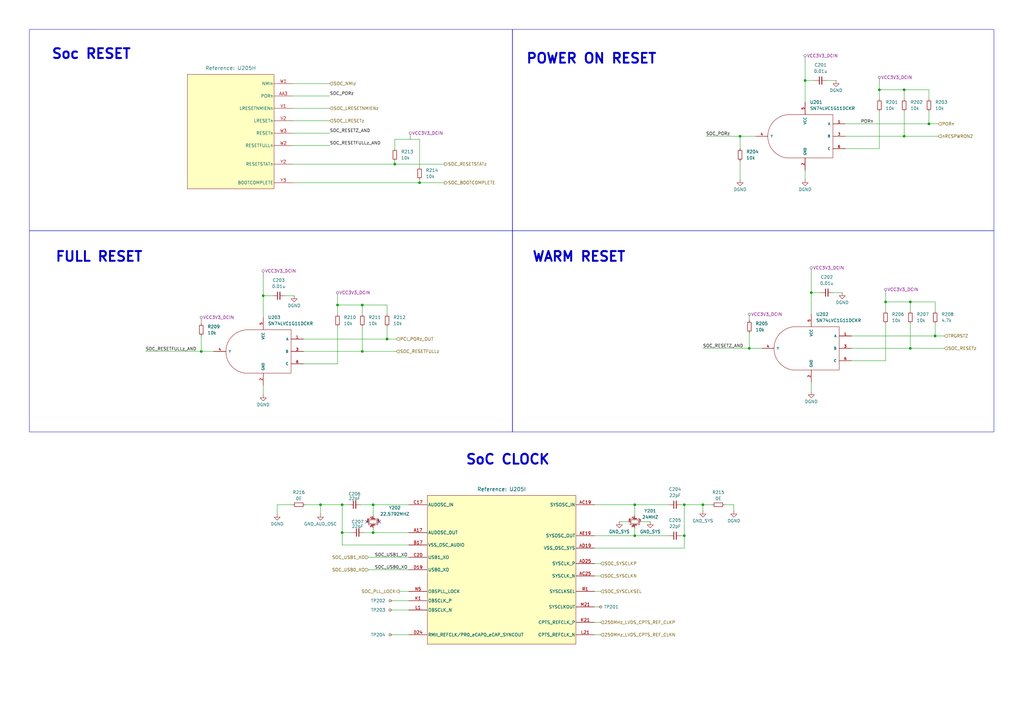
<source format=kicad_sch>
(kicad_sch (version 20250114) (generator "eeschema") (generator_version "9.0")
  (paper "A3")
  (title_block (title "Barre de son (base saine)") (date "2025-05-16") (rev "1.0") (company "NDH"))
  (lib_symbols
    (symbol "66AK2G12ABY100_1" (pin_names (offset 0.254))
      (property "Reference" "U" (at -46.228 -50.8 0) (show_name))
      (symbol "66AK2G12ABY100_1_1_1"
        (pin bidirectional line (at -68.58 110.49 0) (length 7.62) (name "DDR3_DQS0_P") (number "AD1"))
        (pin bidirectional line (at -68.58 107.95 0) (length 7.62) (name "DDR3_DQS0_N") (number "AE2"))
        (pin bidirectional line (at -68.58 102.87 0) (length 7.62) (name "DDR3_DQS1_P") (number "AD4"))
        (pin bidirectional line (at -68.58 100.33 0) (length 7.62) (name "DDR3_DQS1_N") (number "AE4"))
        (pin bidirectional line (at -68.58 95.25 0) (length 7.62) (name "DDR3_DQS2_P") (number "AE6"))
        (pin bidirectional line (at -68.58 92.71 0) (length 7.62) (name "DDR3_DQS2_N") (number "AD6"))
        (pin bidirectional line (at -68.58 87.63 0) (length 7.62) (name "DDR3_DQS3_P") (number "AE9"))
        (pin bidirectional line (at -68.58 85.09 0) (length 7.62) (name "DDR3_DQS3_N") (number "AD9"))
        (pin bidirectional line (at -68.58 80.01 0) (length 7.62) (name "DDR3_CBDQS_P") (number "AE12"))
        (pin bidirectional line (at -68.58 77.47 0) (length 7.62) (name "DDR3_CBDQS_N") (number "AD12"))
        (pin tri_state line (at -68.58 72.39 0) (length 7.62) (name "DDR3_DQM0") (number "AB4"))
        (pin tri_state line (at -68.58 69.85 0) (length 7.62) (name "DDR3_DQM1") (number "AA5"))
        (pin tri_state line (at -68.58 67.31 0) (length 7.62) (name "DDR3_DQM2") (number "AC8"))
        (pin tri_state line (at -68.58 64.77 0) (length 7.62) (name "DDR3_DQM3") (number "AA9"))
        (pin bidirectional line (at -68.58 58.42 0) (length 7.62) (name "DDR3_CBDQM") (number "Y11"))
        (pin tri_state line (at -68.58 50.8 0) (length 7.62) (name "DDR3_ODT0") (number "AA13"))
        (pin bidirectional line (at -68.58 48.26 0) (length 7.62) (name "DDR3_ODT1") (number "Y12"))
        (pin bidirectional line (at -68.58 41.91 0) (length 7.62) (name "DDR3_CB00") (number "AA11"))
        (pin bidirectional line (at -68.58 39.37 0) (length 7.62) (name "DDR3_CB01") (number "AB11"))
        (pin bidirectional line (at -68.58 36.83 0) (length 7.62) (name "DDR3_CB02") (number "AC11"))
        (pin bidirectional line (at -68.58 34.29 0) (length 7.62) (name "DDR3_CB03") (number "AC12"))
        (pin tri_state line (at -68.58 27.94 0) (length 7.62) (name "DDR3_CKE0") (number "AB18"))
        (pin bidirectional line (at -68.58 25.4 0) (length 7.62) (name "DDR3_CKE1") (number "AC18"))
        (pin tri_state line (at -68.58 19.05 0) (length 7.62) (name "DDR3_CEn0") (number "AD13"))
        (pin bidirectional line (at -68.58 16.51 0) (length 7.62) (name "DDR3_CEn1") (number "AB12"))
        (pin tri_state line (at -68.58 10.16 0) (length 7.62) (name "DDR_CLK_N") (number "AD24"))
        (pin tri_state line (at -68.58 7.62 0) (length 7.62) (name "DDR_CLK_P") (number "AE24"))
        (pin tri_state line (at -68.58 1.27 0) (length 7.62) (name "DDR3_CLKOUT_P0") (number "AE15"))
        (pin tri_state line (at -68.58 -1.27 0) (length 7.62) (name "DDR3_CLKOUT_N0") (number "AD15"))
        (pin tri_state line (at -68.58 -7.62 0) (length 7.62) (name "DDR3_CLKOUT_P1") (number "AE16"))
        (pin tri_state line (at -68.58 -10.16 0) (length 7.62) (name "DDR3_CLKOUT_N1") (number "AD16"))
        (pin unspecified line (at -68.58 -16.51 0) (length 7.62) (name "DDR3_RZQ0") (number "W12"))
        (pin unspecified line (at -68.58 -19.05 0) (length 7.62) (name "DDR3_RZQ1") (number "V9"))
        (pin tri_state line (at -68.58 -25.4 0) (length 7.62) (name "DDR3_CASn") (number "AC13"))
        (pin tri_state line (at -68.58 -27.94 0) (length 7.62) (name "DDR3_RASn") (number "AE13"))
        (pin tri_state line (at -68.58 -34.29 0) (length 7.62) (name "DDR3_WEn") (number "Y13"))
        (pin tri_state line (at -68.58 -40.64 0) (length 7.62) (name "DDR3_RESETn") (number "Y18"))
        (pin tri_state line (at 2.54 110.49 180) (length 7.62) (name "DDR3_A00") (number "AC15"))
        (pin tri_state line (at 2.54 107.95 180) (length 7.62) (name "DDR3_A01") (number "Y15"))
        (pin tri_state line (at 2.54 105.41 180) (length 7.62) (name "DDR3_A02") (number "AC16"))
        (pin tri_state line (at 2.54 102.87 180) (length 7.62) (name "DDR3_A03") (number "AA15"))
        (pin tri_state line (at 2.54 100.33 180) (length 7.62) (name "DDR3_A04") (number "AB16"))
        (pin tri_state line (at 2.54 97.79 180) (length 7.62) (name "DDR3_A05") (number "AE17"))
        (pin tri_state line (at 2.54 95.25 180) (length 7.62) (name "DDR3_A06") (number "AC14"))
        (pin tri_state line (at 2.54 92.71 180) (length 7.62) (name "DDR3_A07") (number "AB15"))
        (pin tri_state line (at 2.54 90.17 180) (length 7.62) (name "DDR3_A08") (number "AC17"))
        (pin tri_state line (at 2.54 87.63 180) (length 7.62) (name "DDR3_A09") (number "AB17"))
        (pin tri_state line (at 2.54 85.09 180) (length 7.62) (name "DDR3_A10") (number "AB14"))
        (pin tri_state line (at 2.54 82.55 180) (length 7.62) (name "DDR3_A11") (number "AA16"))
        (pin tri_state line (at 2.54 80.01 180) (length 7.62) (name "DDR3_A12") (number "AA17"))
        (pin tri_state line (at 2.54 77.47 180) (length 7.62) (name "DDR3_A13") (number "AA12"))
        (pin tri_state line (at 2.54 74.93 180) (length 7.62) (name "DDR3_A14") (number "Y17"))
        (pin tri_state line (at 2.54 72.39 180) (length 7.62) (name "DDR3_A15") (number "Y16"))
        (pin tri_state line (at 2.54 66.04 180) (length 7.62) (name "DDR3_BA0") (number "AA14"))
        (pin tri_state line (at 2.54 62.23 180) (length 7.62) (name "DDR3_BA1") (number "AB13"))
        (pin tri_state line (at 2.54 58.42 180) (length 7.62) (name "DDR3_BA2") (number "AD17"))
        (pin bidirectional line (at 2.54 52.07 180) (length 7.62) (name "DDR3_D00") (number "AD2"))
        (pin bidirectional line (at 2.54 49.53 180) (length 7.62) (name "DDR3_D01") (number "Y4"))
        (pin bidirectional line (at 2.54 46.99 180) (length 7.62) (name "DDR3_D02") (number "AC3"))
        (pin bidirectional line (at 2.54 44.45 180) (length 7.62) (name "DDR3_D03") (number "AC2"))
        (pin bidirectional line (at 2.54 41.91 180) (length 7.62) (name "DDR3_D04") (number "AE3"))
        (pin bidirectional line (at 2.54 39.37 180) (length 7.62) (name "DDR3_D05") (number "AA4"))
        (pin bidirectional line (at 2.54 36.83 180) (length 7.62) (name "DDR3_D06") (number "AD3"))
        (pin bidirectional line (at 2.54 34.29 180) (length 7.62) (name "DDR3_D07") (number "AB3"))
        (pin bidirectional line (at 2.54 29.21 180) (length 7.62) (name "DDR3_D08") (number "AA6"))
        (pin bidirectional line (at 2.54 26.67 180) (length 7.62) (name "DDR3_D09") (number "Y7"))
        (pin bidirectional line (at 2.54 24.13 180) (length 7.62) (name "DDR3_D10") (number "Y6"))
        (pin bidirectional line (at 2.54 21.59 180) (length 7.62) (name "DDR3_D11") (number "AC5"))
        (pin bidirectional line (at 2.54 19.05 180) (length 7.62) (name "DDR3_D12") (number "AB6"))
        (pin bidirectional line (at 2.54 16.51 180) (length 7.62) (name "DDR3_D13") (number "Y5"))
        (pin bidirectional line (at 2.54 13.97 180) (length 7.62) (name "DDR3_D14") (number "AC4"))
        (pin bidirectional line (at 2.54 11.43 180) (length 7.62) (name "DDR3_D15") (number "AB5"))
        (pin bidirectional line (at 2.54 6.35 180) (length 7.62) (name "DDR3_D16") (number "AB7"))
        (pin bidirectional line (at 2.54 3.81 180) (length 7.62) (name "DDR3_D17") (number "AB8"))
        (pin bidirectional line (at 2.54 1.27 180) (length 7.62) (name "DDR3_D18") (number "AC7"))
        (pin bidirectional line (at 2.54 -1.27 180) (length 7.62) (name "DDR3_D19") (number "AA7"))
        (pin bidirectional line (at 2.54 -3.81 180) (length 7.62) (name "DDR3_D20") (number "AA8"))
        (pin bidirectional line (at 2.54 -6.35 180) (length 7.62) (name "DDR3_D21") (number "AC6"))
        (pin bidirectional line (at 2.54 -8.89 180) (length 7.62) (name "DDR3_D22") (number "AE7"))
        (pin bidirectional line (at 2.54 -11.43 180) (length 7.62) (name "DDR3_D23") (number "AD7"))
        (pin bidirectional line (at 2.54 -16.51 180) (length 7.62) (name "DDR3_D24") (number "AA10"))
        (pin bidirectional line (at 2.54 -19.05 180) (length 7.62) (name "DDR3_D25") (number "AE10"))
        (pin bidirectional line (at 2.54 -21.59 180) (length 7.62) (name "DDR3_D26") (number "AD10"))
        (pin bidirectional line (at 2.54 -24.13 180) (length 7.62) (name "DDR3_D27") (number "AC10"))
        (pin bidirectional line (at 2.54 -26.67 180) (length 7.62) (name "DDR3_D28") (number "AC9"))
        (pin bidirectional line (at 2.54 -29.21 180) (length 7.62) (name "DDR3_D29") (number "AB10"))
        (pin bidirectional line (at 2.54 -31.75 180) (length 7.62) (name "DDR3_D30") (number "AB9"))
        (pin bidirectional line (at 2.54 -34.29 180) (length 7.62) (name "DDR3_D31") (number "Y8"))
      )
      (symbol "66AK2G12ABY100_1_2_1"
        (pin bidirectional line (at -6.35 44.45 180) (length 7.62) (name "DSS_DATA0") (number "V22"))
        (pin bidirectional line (at -6.35 41.91 180) (length 7.62) (name "DSS_DATA1") (number "U21"))
        (pin bidirectional line (at -6.35 39.37 180) (length 7.62) (name "DSS_DATA2") (number "W22"))
        (pin bidirectional line (at -6.35 36.83 180) (length 7.62) (name "DSS_DATA3") (number "V23"))
        (pin bidirectional line (at -6.35 34.29 180) (length 7.62) (name "DSS_DATA4") (number "U23"))
        (pin bidirectional line (at -6.35 31.75 180) (length 7.62) (name "DSS_DATA5") (number "V24"))
        (pin bidirectional line (at -6.35 29.21 180) (length 7.62) (name "DSS_DATA6") (number "T21"))
        (pin bidirectional line (at -6.35 26.67 180) (length 7.62) (name "DSS_DATA7") (number "U22"))
        (pin bidirectional line (at -6.35 24.13 180) (length 7.62) (name "DSS_DATA8") (number "T22"))
        (pin bidirectional line (at -6.35 21.59 180) (length 7.62) (name "DSS_DATA9") (number "R21"))
        (pin bidirectional line (at -6.35 19.05 180) (length 7.62) (name "DSS_DATA10") (number "U24"))
        (pin bidirectional line (at -6.35 16.51 180) (length 7.62) (name "DSS_DATA11") (number "V25"))
        (pin bidirectional line (at -6.35 13.97 180) (length 7.62) (name "DSS_DATA12") (number "T24"))
        (pin bidirectional line (at -6.35 11.43 180) (length 7.62) (name "DSS_DATA13") (number "P21"))
        (pin bidirectional line (at -6.35 8.89 180) (length 7.62) (name "DSS_DATA14") (number "U25"))
        (pin bidirectional line (at -6.35 6.35 180) (length 7.62) (name "DSS_DATA15") (number "R22"))
        (pin bidirectional line (at -6.35 3.81 180) (length 7.62) (name "DSS_DATA16") (number "P23"))
        (pin bidirectional line (at -6.35 1.27 180) (length 7.62) (name "DSS_DATA17") (number "R24"))
        (pin bidirectional line (at -6.35 -1.27 180) (length 7.62) (name "DSS_DATA18") (number "N22"))
        (pin bidirectional line (at -6.35 -3.81 180) (length 7.62) (name "DSS_DATA19") (number "T25"))
        (pin bidirectional line (at -6.35 -6.35 180) (length 7.62) (name "DSS_DATA20") (number "N24"))
        (pin bidirectional line (at -6.35 -8.89 180) (length 7.62) (name "DSS_DATA21") (number "P24"))
        (pin bidirectional line (at -6.35 -11.43 180) (length 7.62) (name "DSS_DATA22") (number "P25"))
        (pin bidirectional line (at -6.35 -13.97 180) (length 7.62) (name "DSS_DATA23") (number "N23"))
        (pin bidirectional line (at -6.35 -20.32 180) (length 7.62) (name "DSS_VSYNC") (number "R25"))
        (pin bidirectional line (at -6.35 -24.13 180) (length 7.62) (name "DSS_HSYNC") (number "P22"))
        (pin bidirectional line (at -6.35 -27.94 180) (length 7.62) (name "DSS_PCLK") (number "N25"))
        (pin bidirectional line (at -6.35 -31.75 180) (length 7.62) (name "DSS_FID") (number "L25"))
        (pin bidirectional line (at -6.35 -35.56 180) (length 7.62) (name "DSS_DE") (number "M25"))
        (pin bidirectional line (at -6.35 -41.91 180) (length 7.62) (name "PR1_MDIO_DATA") (number "E18"))
      )
      (symbol "66AK2G12ABY100_1_3_1"
        (pin bidirectional line (at 1.27 71.12 180) (length 7.62) (name "PR1_PRU1_GPO0/PR1_PRU1_GPI0/GPIO1_26") (number "A14"))
        (pin bidirectional line (at 1.27 66.04 180) (length 7.62) (name "PR1_PRU1_GPO1/PR1_PRU1_GPI1/GPIO1_27") (number "B14"))
        (pin bidirectional line (at 1.27 60.96 180) (length 7.62) (name "PR1_PRU1_GPO2/PR1_PRU1_GPI2/GPIO1_28") (number "C14"))
        (pin bidirectional line (at 1.27 55.88 180) (length 7.62) (name "PR1_PRU1_GPO3/PR1_PRU1_GPI3/GPIO1_29") (number "E14"))
        (pin bidirectional line (at 1.27 50.8 180) (length 7.62) (name "PR1_PRU1_GPO4/PR1_PRU1_GPI4/GPIO1_30") (number "D14"))
        (pin bidirectional line (at 1.27 45.72 180) (length 7.62) (name "PR1_PRU1_GPO5/PR1_PRU1_GPI5/GPIO1_31") (number "A15"))
        (pin bidirectional line (at 1.27 40.64 180) (length 7.62) (name "PR1_PRU1_GPO6/PR1_PRU1_GPI6/GPIO1_32") (number "F14"))
        (pin bidirectional line (at 1.27 35.56 180) (length 7.62) (name "PR1_PRU1_GPO7/PR1_PRU1_GPI7/GPIO1_33") (number "B15"))
        (pin bidirectional line (at 1.27 30.48 180) (length 7.62) (name "PR1_PRU1_GPO8/PR1_PRU1_GPI8/GPIO1_34") (number "C15"))
        (pin bidirectional line (at 1.27 25.4 180) (length 7.62) (name "PR1_PRU1_GPO15/PR1_PRU1_GPI15/GPIO1_41") (number "C18"))
        (pin bidirectional line (at 1.27 19.05 180) (length 7.62) (name "PR1_PRU1_GPO16/PR1_PRU1_GPI16/GPIO1_42") (number "D16"))
        (pin bidirectional line (at 1.27 8.89 180) (length 7.62) (name "GPMC_BEn1/GPIO0_21") (number "AB24"))
        (pin bidirectional line (at 1.27 3.81 180) (length 7.62) (name "GPMC_CLK/GPIO0_16") (number "AB23"))
        (pin bidirectional line (at 1.27 -5.08 180) (length 7.62) (name "MII_RXER/RMII_RXER/GPIO0_82") (number "F23"))
        (pin bidirectional line (at 1.27 -11.43 180) (length 7.62) (name "MII_COL/GPIO0_83") (number "B25"))
        (pin bidirectional line (at 1.27 -17.78 180) (length 7.62) (name "MII_CRS/RMII_CRS_DV/GPIO0_84") (number "G22"))
        (pin bidirectional line (at 1.27 -29.21 180) (length 7.62) (name "SPI3_SCSn1/PR0_UART0_RXD/GPIO0_87") (number "E25"))
        (pin bidirectional line (at 1.27 -36.83 180) (length 7.62) (name "SPI1_SCSn1/GPIO0_100") (number "N3"))
      )
      (symbol "66AK2G12ABY100_1_4_1"
        (pin bidirectional line (at -15.24 -25.4 180) (length 7.62) (name "SPI0_SOMI") (number "M1"))
        (pin bidirectional line (at -15.24 -30.48 180) (length 7.62) (name "SPI0_SIMO") (number "N4"))
        (pin bidirectional line (at -15.24 -35.56 180) (length 7.62) (name "SPI0_CLK") (number "M2"))
        (pin bidirectional line (at -15.24 -40.64 180) (length 7.62) (name "SPI0_SCSn0") (number "M3"))
        (pin bidirectional line (at -15.24 -45.72 180) (length 7.62) (name "SPI0_SCSn1") (number "M4"))
      )
      (symbol "66AK2G12ABY100_1_5_1"
        (pin bidirectional line (at -7.62 31.75 180) (length 7.62) (name "GPMC_AD0") (number "AC21"))
        (pin bidirectional line (at -7.62 29.21 180) (length 7.62) (name "GPMC_AD1") (number "AE20"))
        (pin bidirectional line (at -7.62 26.67 180) (length 7.62) (name "GPMC_AD2") (number "AD22"))
        (pin bidirectional line (at -7.62 24.13 180) (length 7.62) (name "GPMC_AD3") (number "AD20"))
        (pin bidirectional line (at -7.62 21.59 180) (length 7.62) (name "GPMC_AD4") (number "AE21"))
        (pin bidirectional line (at -7.62 19.05 180) (length 7.62) (name "GPMC_AD5") (number "AE22"))
        (pin bidirectional line (at -7.62 16.51 180) (length 7.62) (name "GPMC_AD6") (number "AC20"))
        (pin bidirectional line (at -7.62 13.97 180) (length 7.62) (name "GPMC_AD7") (number "AD21"))
        (pin bidirectional line (at -7.62 11.43 180) (length 7.62) (name "GPMC_AD8") (number "AE23"))
        (pin bidirectional line (at -7.62 8.89 180) (length 7.62) (name "GPMC_AD9") (number "AB20"))
        (pin bidirectional line (at -7.62 6.35 180) (length 7.62) (name "GPMC_AD10") (number "AA20"))
        (pin bidirectional line (at -7.62 3.81 180) (length 7.62) (name "GPMC_AD11") (number "AD23"))
        (pin bidirectional line (at -7.62 1.27 180) (length 7.62) (name "GPMC_AD12") (number "AA21"))
        (pin bidirectional line (at -7.62 -1.27 180) (length 7.62) (name "GPMC_AD13") (number "AB21"))
        (pin bidirectional line (at -7.62 -3.81 180) (length 7.62) (name "GPMC_AD14") (number "AB22"))
        (pin bidirectional line (at -7.62 -6.35 180) (length 7.62) (name "GPMC_AD15") (number "AA22"))
        (pin bidirectional line (at -7.62 -16.51 180) (length 7.62) (name "GPMC_ADVn_ALE") (number "AC23"))
        (pin bidirectional line (at -7.62 -19.05 180) (length 7.62) (name "GPMC_OEn_REn") (number "AC22"))
        (pin bidirectional line (at -7.62 -21.59 180) (length 7.62) (name "GPMC_WEn") (number "Y22"))
        (pin bidirectional line (at -7.62 -24.13 180) (length 7.62) (name "GPMC_BEn0_CLE") (number "AC24"))
        (pin bidirectional line (at -7.62 -26.67 180) (length 7.62) (name "GPMC_WAIT0") (number "Y24"))
        (pin bidirectional line (at -7.62 -36.83 180) (length 7.62) (name "GPMC_WPn") (number "W25"))
        (pin bidirectional line (at -7.62 -43.18 180) (length 7.62) (name "GPMC_CSn0") (number "AB25"))
      )
      (symbol "66AK2G12ABY100_1_6_1"
        (pin bidirectional line (at -11.43 8.89 180) (length 7.62) (name "MMC1_DAT0") (number "H3"))
        (pin bidirectional line (at -11.43 3.81 180) (length 7.62) (name "MMC1_DAT1") (number "F5"))
        (pin bidirectional line (at -11.43 -1.27 180) (length 7.62) (name "MMC1_DAT2") (number "J5"))
        (pin bidirectional line (at -11.43 -6.35 180) (length 7.62) (name "MMC1_DAT3") (number "H4"))
        (pin bidirectional line (at -11.43 -11.43 180) (length 7.62) (name "MMC1_DAT4") (number "E3"))
        (pin bidirectional line (at -11.43 -13.97 180) (length 7.62) (name "MMC1_DAT5") (number "G4"))
        (pin bidirectional line (at -11.43 -16.51 180) (length 7.62) (name "MMC1_DAT6") (number "F4"))
        (pin bidirectional line (at -11.43 -19.05 180) (length 7.62) (name "MMC1_DAT7") (number "G5"))
        (pin bidirectional line (at -11.43 -24.13 180) (length 7.62) (name "MMC1_CLK") (number "J4"))
        (pin bidirectional line (at -11.43 -29.21 180) (length 7.62) (name "MMC1_CMD") (number "J2"))
        (pin bidirectional line (at -11.43 -34.29 180) (length 7.62) (name "MMC1_POW") (number "K2"))
        (pin bidirectional line (at -11.43 -36.83 180) (length 7.62) (name "MMC1_SDCD") (number "J3"))
        (pin bidirectional line (at -11.43 -43.18 180) (length 7.62) (name "MMC1_SDWP") (number "K3"))
      )
      (symbol "66AK2G12ABY100_1_7_1"
        (pin bidirectional line (at -13.97 29.21 180) (length 7.62) (name "MII_TXD0") (number "G23"))
        (pin bidirectional line (at -13.97 24.13 180) (length 7.62) (name "MII_TXD1") (number "G24"))
        (pin bidirectional line (at -13.97 19.05 180) (length 7.62) (name "MII_TXD2") (number "G25"))
        (pin bidirectional line (at -13.97 13.97 180) (length 7.62) (name "MII_TXD3") (number "D25"))
        (pin bidirectional line (at -13.97 6.35 180) (length 7.62) (name "MII_TXCLK") (number "C25"))
        (pin bidirectional line (at -13.97 1.27 180) (length 7.62) (name "MII_TXEN") (number "H25"))
        (pin bidirectional line (at -13.97 -6.35 180) (length 7.62) (name "MDIO_CLK") (number "U3"))
        (pin bidirectional line (at -13.97 -10.16 180) (length 7.62) (name "MDIO_DATA") (number "V3"))
        (pin bidirectional line (at -13.97 -17.78 180) (length 7.62) (name "MII_RXCLK") (number "A22"))
        (pin bidirectional line (at -13.97 -22.86 180) (length 7.62) (name "MII_RXDV") (number "A24"))
        (pin bidirectional line (at -13.97 -30.48 180) (length 7.62) (name "MII_RXD0") (number "B24"))
        (pin bidirectional line (at -13.97 -35.56 180) (length 7.62) (name "MII_RXD1") (number "C23"))
        (pin bidirectional line (at -13.97 -40.64 180) (length 7.62) (name "MII_RXD2") (number "B23"))
        (pin bidirectional line (at -13.97 -45.72 180) (length 7.62) (name "MII_RXD3") (number "F22"))
      )
      (symbol "66AK2G12ABY100_1_8_1"
        (pin input line (at -10.16 -5.08 180) (length 7.62) (name "NMIn") (number "W1"))
        (pin input line (at -10.16 -10.16 180) (length 7.62) (name "PORn") (number "AA3"))
        (pin input line (at -10.16 -15.24 180) (length 7.62) (name "LRESETNMIENn") (number "V1"))
        (pin input line (at -10.16 -20.32 180) (length 7.62) (name "LRESETn") (number "V2"))
        (pin input line (at -10.16 -25.4 180) (length 7.62) (name "RESETn") (number "W3"))
        (pin input line (at -10.16 -30.48 180) (length 7.62) (name "RESETFULLn") (number "W2"))
        (pin output line (at -10.16 -38.1 180) (length 7.62) (name "RESETSTATn") (number "Y2"))
        (pin tri_state line (at -10.16 -45.72 180) (length 7.62) (name "BOOTCOMPLETE") (number "Y3"))
      )
      (symbol "66AK2G12ABY100_1_9_1"
        (pin input line (at -69.85 8.89 0) (length 7.62) (name "AUDOSC_IN") (number "C17"))
        (pin output line (at -69.85 -2.54 0) (length 7.62) (name "AUDOSC_OUT") (number "A17"))
        (pin power_in line (at -69.85 -7.62 0) (length 7.62) (name "VSS_OSC_AUDIO") (number "B17"))
        (pin output line (at -69.85 -12.7 0) (length 7.62) (name "USB1_XO") (number "C20"))
        (pin output line (at -69.85 -17.78 0) (length 7.62) (name "USB0_XO") (number "D19"))
        (pin tri_state line (at -69.85 -26.67 0) (length 7.62) (name "OBSPLL_LOCK") (number "N5"))
        (pin output line (at -69.85 -30.48 0) (length 7.62) (name "OBSCLK_P") (number "K1"))
        (pin output line (at -69.85 -34.29 0) (length 7.62) (name "OBSCLK_N") (number "L1"))
        (pin output line (at -69.85 -44.45 0) (length 7.62) (name "RMII_REFCLK/PR0_eCAP0_eCAP_SYNCOUT") (number "D24"))
        (pin input line (at 6.35 8.89 180) (length 7.62) (name "SYSOSC_IN") (number "AC19"))
        (pin output line (at 6.35 -3.81 180) (length 7.62) (name "SYSOSC_OUT") (number "AE19"))
        (pin power_in line (at 6.35 -8.89 180) (length 7.62) (name "VSS_OSC_SYS") (number "AD19"))
        (pin input line (at 6.35 -15.24 180) (length 7.62) (name "SYSCLK_P") (number "AD25"))
        (pin input line (at 6.35 -20.32 180) (length 7.62) (name "SYSCLK_N") (number "AC25"))
        (pin input line (at 6.35 -26.67 180) (length 7.62) (name "SYSCLKSEL") (number "R1"))
        (pin tri_state line (at 6.35 -33.02 180) (length 7.62) (name "SYSCLKOUT") (number "M21"))
        (pin input line (at 6.35 -39.37 180) (length 7.62) (name "CPTS_REFCLK_P") (number "K21"))
        (pin input line (at 6.35 -44.45 180) (length 7.62) (name "CPTS_REFCLK_N") (number "L21"))
      )
      (symbol "66AK2G12ABY100_1_10_1"
        (pin input line (at -17.78 -17.78 180) (length 7.62) (name "TDI") (number "L5"))
        (pin tri_state line (at -17.78 -21.59 180) (length 7.62) (name "TDO") (number "K5"))
        (pin input line (at -17.78 -25.4 180) (length 7.62) (name "TCK") (number "L3"))
        (pin input line (at -17.78 -29.21 180) (length 7.62) (name "TMS") (number "K4"))
        (pin input line (at -17.78 -33.02 180) (length 7.62) (name "TRSTn") (number "L4"))
        (pin bidirectional line (at -17.78 -39.37 180) (length 7.62) (name "EMU00") (number "M22"))
        (pin bidirectional line (at -17.78 -45.72 180) (length 7.62) (name "EMU01") (number "L22"))
      )
      (symbol "66AK2G12ABY100_1_11_1"
        (pin bidirectional line (at -10.16 5.08 180) (length 7.62) (name "MLBP_DAT_P") (number "K23"))
        (pin bidirectional line (at -10.16 0 180) (length 7.62) (name "MLBP_DAT_N") (number "K22"))
        (pin bidirectional line (at -10.16 -6.35 180) (length 7.62) (name "MLBP_SIG_P") (number "L24"))
        (pin bidirectional line (at -10.16 -11.43 180) (length 7.62) (name "MLBP_SIG_N") (number "M24"))
        (pin input line (at -10.16 -19.05 180) (length 7.62) (name "MLBP_CLK_P") (number "M23"))
        (pin input line (at -10.16 -24.13 180) (length 7.62) (name "MLBP_CLK_N") (number "L23"))
        (pin bidirectional line (at -10.16 -34.29 180) (length 7.62) (name "GPMC_WAIT1") (number "AA24"))
        (pin bidirectional line (at -10.16 -39.37 180) (length 7.62) (name "GPMC_DIR") (number "AA25"))
        (pin bidirectional line (at -10.16 -44.45 180) (length 7.62) (name "GPMC_CSn1") (number "W24"))
      )
      (symbol "66AK2G12ABY100_1_12_1"
        (pin bidirectional line (at -13.97 -13.97 180) (length 7.62) (name "USB1_DP") (number "B20"))
        (pin bidirectional line (at -13.97 -17.78 180) (length 7.62) (name "USB1_DM") (number "A20"))
        (pin unspecified line (at -13.97 -25.4 180) (length 7.62) (name "USB1_ID") (number "E20"))
        (pin unspecified line (at -13.97 -30.48 180) (length 7.62) (name "USB1_VBUS") (number "A21"))
        (pin tri_state line (at -13.97 -38.1 180) (length 7.62) (name "USB1_DRVVBUS") (number "B21"))
        (pin unspecified line (at -13.97 -45.72 180) (length 7.62) (name "USB1_TXRTUNE_RKELVIN") (number "D20"))
      )
      (symbol "66AK2G12ABY100_1_13_1"
        (pin bidirectional line (at -16.51 -38.1 180) (length 7.62) (name "I2C0_SCL") (number "U5"))
        (pin bidirectional line (at -16.51 -45.72 180) (length 7.62) (name "I2C0_SDA") (number "W5"))
      )
      (symbol "66AK2G12ABY100_1_14_1"
        (pin bidirectional line (at -7.62 -7.62 180) (length 7.62) (name "QSPI_D0") (number "J23"))
        (pin bidirectional line (at -7.62 -11.43 180) (length 7.62) (name "QSPI_D1") (number "J22"))
        (pin bidirectional line (at -7.62 -15.24 180) (length 7.62) (name "QSPI_D2") (number "J21"))
        (pin bidirectional line (at -7.62 -19.05 180) (length 7.62) (name "QSPI_D3") (number "J24"))
        (pin bidirectional line (at -7.62 -25.4 180) (length 7.62) (name "QSPI_CSn0") (number "J25"))
        (pin bidirectional line (at -7.62 -31.75 180) (length 7.62) (name "QSPI_CLK") (number "K25"))
        (pin bidirectional line (at -7.62 -38.1 180) (length 7.62) (name "QSPI_RCLK") (number "K24"))
        (pin bidirectional line (at -7.62 -45.72 180) (length 7.62) (name "QSPI_CSn1") (number "H23"))
      )
      (symbol "66AK2G12ABY100_1_15_1"
        (pin tri_state line (at -15.24 -34.29 180) (length 7.62) (name "UART0_TXD") (number "T1"))
        (pin input line (at -15.24 -38.1 180) (length 7.62) (name "UART0_RXD") (number "T4"))
        (pin bidirectional line (at -15.24 -41.91 180) (length 7.62) (name "UART0_CTSn") (number "T2"))
        (pin bidirectional line (at -15.24 -45.72 180) (length 7.62) (name "UART0_RTSn") (number "U1"))
      )
      (symbol "66AK2G12ABY100_1_16_1"
        (pin output line (at -13.97 -6.35 180) (length 7.62) (name "PCIE_TXP0") (number "G1"))
        (pin output line (at -13.97 -11.43 180) (length 7.62) (name "PCIE_TXN0") (number "H1"))
        (pin input line (at -13.97 -19.05 180) (length 7.62) (name "PCIE_RXP0") (number "E1"))
        (pin input line (at -13.97 -24.13 180) (length 7.62) (name "PCIE_RXN0") (number "D1"))
        (pin input line (at -13.97 -31.75 180) (length 7.62) (name "PCIE_CLK_P") (number "G2"))
        (pin input line (at -13.97 -35.56 180) (length 7.62) (name "PCIE_CLK_N") (number "F2"))
        (pin unspecified line (at -13.97 -43.18 180) (length 7.62) (name "PCIE_REFRES") (number "H7"))
      )
      (symbol "66AK2G12ABY100_1_17_1"
        (pin bidirectional line (at -8.89 -30.48 180) (length 7.62) (name "DCAN0_TX") (number "P5"))
        (pin bidirectional line (at -8.89 -35.56 180) (length 7.62) (name "DCAN0_RX") (number "R5"))
        (pin bidirectional line (at -8.89 -43.18 180) (length 7.62) (name "QSPI_CSn2") (number "H22"))
        (pin bidirectional line (at -8.89 -46.99 180) (length 7.62) (name "QSPI_CSn3") (number "H21"))
      )
      (symbol "66AK2G12ABY100_1_18_1"
        (pin bidirectional line (at -6.35 3.81 180) (length 7.62) (name "eHRPWM3_A") (number "A23"))
        (pin bidirectional line (at -6.35 0 180) (length 7.62) (name "eHRPWM3_B") (number "B22"))
        (pin bidirectional line (at -6.35 -3.81 180) (length 7.62) (name "MII_TXER") (number "H24"))
        (pin bidirectional line (at -6.35 -7.62 180) (length 7.62) (name "eHRPWM3_SYNCO") (number "D23"))
        (pin bidirectional line (at -6.35 -11.43 180) (length 7.62) (name "eHRPWM3_SYNCI") (number "C22"))
        (pin bidirectional line (at -6.35 -17.78 180) (length 7.62) (name "PR1_PRU0_GPO18") (number "D12"))
        (pin bidirectional line (at -6.35 -21.59 180) (length 7.62) (name "PR1_PRU0_GPO19") (number "D13"))
        (pin bidirectional line (at -6.35 -25.4 180) (length 7.62) (name "PR1_PRU0_GPO17") (number "E13"))
        (pin bidirectional line (at -6.35 -31.75 180) (length 7.62) (name "PR1_PRU1_GPO18") (number "E17"))
        (pin bidirectional line (at -6.35 -35.56 180) (length 7.62) (name "PR1_PRU1_GPO19") (number "E16"))
        (pin bidirectional line (at -6.35 -39.37 180) (length 7.62) (name "PR1_PRU1_GPO17") (number "F16"))
        (pin bidirectional line (at -6.35 -45.72 180) (length 7.62) (name "PR1_MDIO_MDCLK") (number "D18"))
      )
      (symbol "66AK2G12ABY100_1_19_1"
        (pin unspecified line (at -8.89 -3.81 180) (length 7.62) (name "RSV1") (number "AA19"))
        (pin input line (at -8.89 -7.62 180) (length 7.62) (name "RSV2") (number "AB19"))
        (pin unspecified line (at -8.89 -11.43 180) (length 7.62) (name "RSV3") (number "Y20"))
        (pin unspecified line (at -8.89 -15.24 180) (length 7.62) (name "RSV4") (number "W19"))
        (pin unspecified line (at -8.89 -19.05 180) (length 7.62) (name "RSV5") (number "D2"))
        (pin input line (at -8.89 -22.86 180) (length 7.62) (name "RSV6") (number "L2"))
        (pin unspecified line (at -8.89 -26.67 180) (length 7.62) (name "RSV7") (number "G3"))
        (pin unspecified line (at -8.89 -30.48 180) (length 7.62) (name "RSV8") (number "F18"))
        (pin unspecified line (at -8.89 -34.29 180) (length 7.62) (name "RSV9") (number "H2"))
        (pin tri_state line (at -8.89 -38.1 180) (length 7.62) (name "RSV10") (number "AA18"))
        (pin tri_state line (at -8.89 -41.91 180) (length 7.62) (name "RSV11") (number "Y19"))
        (pin unspecified line (at -8.89 -45.72 180) (length 7.62) (name "RSV12") (number "Y14"))
      )
      (symbol "66AK2G12ABY100_1_20_1"
        (pin power_in line (at -57.15 46.99 0) (length 7.62) (name "CVDD") (number "N14"))
        (pin power_in line (at -57.15 43.18 0) (length 7.62) (name "CVDD") (number "N12"))
        (pin power_in line (at -57.15 39.37 0) (length 7.62) (name "CVDD") (number "N10"))
        (pin power_in line (at -57.15 35.56 0) (length 7.62) (name "CVDD") (number "M17"))
        (pin power_in line (at -57.15 31.75 0) (length 7.62) (name "CVDD") (number "M15"))
        (pin power_in line (at -57.15 27.94 0) (length 7.62) (name "CVDD") (number "M13"))
        (pin power_in line (at -57.15 24.13 0) (length 7.62) (name "CVDD") (number "M11"))
        (pin power_in line (at -57.15 20.32 0) (length 7.62) (name "CVDD") (number "M9"))
        (pin power_in line (at -57.15 16.51 0) (length 7.62) (name "CVDD") (number "L18"))
        (pin power_in line (at -57.15 12.7 0) (length 7.62) (name "CVDD") (number "L16"))
        (pin power_in line (at -57.15 8.89 0) (length 7.62) (name "CVDD") (number "L14"))
        (pin power_in line (at -57.15 5.08 0) (length 7.62) (name "CVDD") (number "L12"))
        (pin power_in line (at -57.15 1.27 0) (length 7.62) (name "CVDD") (number "L10"))
        (pin power_in line (at -57.15 -2.54 0) (length 7.62) (name "CVDD") (number "K17"))
        (pin power_in line (at -57.15 -6.35 0) (length 7.62) (name "CVDD") (number "K15"))
        (pin power_in line (at -57.15 -10.16 0) (length 7.62) (name "CVDD") (number "K13"))
        (pin power_in line (at -57.15 -13.97 0) (length 7.62) (name "CVDD") (number "K11"))
        (pin power_in line (at -57.15 -17.78 0) (length 7.62) (name "CVDD") (number "K9"))
        (pin power_in line (at -57.15 -21.59 0) (length 7.62) (name "CVDD") (number "J16"))
        (pin power_in line (at -57.15 -29.21 0) (length 7.62) (name "CVDD1") (number "T13"))
        (pin power_in line (at -57.15 -33.02 0) (length 7.62) (name "CVDD1") (number "N18"))
        (pin power_in line (at -57.15 -36.83 0) (length 7.62) (name "CVDD1") (number "N8"))
        (pin power_in line (at -57.15 -40.64 0) (length 7.62) (name "CVDD1") (number "J12"))
        (pin power_in line (at -57.15 -44.45 0) (length 7.62) (name "CVDD1") (number "M5"))
        (pin power_in line (at -6.35 46.99 180) (length 7.62) (name "CVDD") (number "N16"))
        (pin power_in line (at -6.35 43.18 180) (length 7.62) (name "CVDD") (number "P9"))
        (pin power_in line (at -6.35 39.37 180) (length 7.62) (name "CVDD") (number "P11"))
        (pin power_in line (at -6.35 35.56 180) (length 7.62) (name "CVDD") (number "P13"))
        (pin power_in line (at -6.35 31.75 180) (length 7.62) (name "CVDD") (number "P15"))
        (pin power_in line (at -6.35 27.94 180) (length 7.62) (name "CVDD") (number "P17"))
        (pin power_in line (at -6.35 24.13 180) (length 7.62) (name "CVDD") (number "R8"))
        (pin power_in line (at -6.35 20.32 180) (length 7.62) (name "CVDD") (number "R10"))
        (pin power_in line (at -6.35 16.51 180) (length 7.62) (name "CVDD") (number "R12"))
        (pin power_in line (at -6.35 12.7 180) (length 7.62) (name "CVDD") (number "R14"))
        (pin power_in line (at -6.35 8.89 180) (length 7.62) (name "CVDD") (number "R16"))
        (pin power_in line (at -6.35 5.08 180) (length 7.62) (name "CVDD") (number "R18"))
        (pin power_in line (at -6.35 1.27 180) (length 7.62) (name "CVDD") (number "T9"))
        (pin power_in line (at -6.35 -2.54 180) (length 7.62) (name "CVDD") (number "T11"))
        (pin power_in line (at -6.35 -6.35 180) (length 7.62) (name "CVDD") (number "T15"))
        (pin power_in line (at -6.35 -10.16 180) (length 7.62) (name "CVDD") (number "T17"))
        (pin power_in line (at -6.35 -13.97 180) (length 7.62) (name "CVDD") (number "U16"))
        (pin power_in line (at -6.35 -17.78 180) (length 7.62) (name "CVDD") (number "J10"))
        (pin power_in line (at -6.35 -21.59 180) (length 7.62) (name "CVDD") (number "J14"))
      )
      (symbol "66AK2G12ABY100_1_21_1"
        (pin power_in line (at -2.54 50.8 180) (length 7.62) (name "DVDD33") (number "H9"))
        (pin power_in line (at -2.54 46.99 180) (length 7.62) (name "DVDD33") (number "AA23"))
        (pin power_in line (at -2.54 43.18 180) (length 7.62) (name "DVDD33") (number "E23"))
        (pin power_in line (at -2.54 39.37 180) (length 7.62) (name "DVDD33") (number "F21"))
        (pin power_in line (at -2.54 35.56 180) (length 7.62) (name "DVDD33") (number "G20"))
        (pin power_in line (at -2.54 31.75 180) (length 7.62) (name "DVDD33") (number "J20"))
        (pin power_in line (at -2.54 27.94 180) (length 7.62) (name "DVDD33") (number "P19"))
        (pin power_in line (at -2.54 24.13 180) (length 7.62) (name "DVDD33") (number "R20"))
        (pin power_in line (at -2.54 20.32 180) (length 7.62) (name "DVDD33") (number "T19"))
        (pin power_in line (at -2.54 16.51 180) (length 7.62) (name "DVDD33") (number "U20"))
        (pin power_in line (at -2.54 12.7 180) (length 7.62) (name "DVDD33") (number "V21"))
        (pin power_in line (at -2.54 8.89 180) (length 7.62) (name "DVDD33") (number "F7"))
        (pin power_in line (at -2.54 5.08 180) (length 7.62) (name "DVDD33") (number "F11"))
        (pin power_in line (at -2.54 1.27 180) (length 7.62) (name "DVDD33") (number "F15"))
        (pin power_in line (at -2.54 -2.54 180) (length 7.62) (name "DVDD33") (number "G12"))
        (pin power_in line (at -2.54 -6.35 180) (length 7.62) (name "DVDD33") (number "G16"))
        (pin power_in line (at -2.54 -10.16 180) (length 7.62) (name "DVDD33") (number "H11"))
        (pin power_in line (at -2.54 -13.97 180) (length 7.62) (name "DVDD33") (number "H13"))
        (pin power_in line (at -2.54 -17.78 180) (length 7.62) (name "DVDD33") (number "H15"))
        (pin power_in line (at -2.54 -21.59 180) (length 7.62) (name "DVDD33") (number "P7"))
        (pin power_in line (at -2.54 -25.4 180) (length 7.62) (name "DVDD33") (number "R6"))
        (pin power_in line (at -2.54 -29.21 180) (length 7.62) (name "DVDD33") (number "T23"))
        (pin power_in line (at -2.54 -33.02 180) (length 7.62) (name "DVDD33") (number "T7"))
        (pin power_in line (at -2.54 -40.64 180) (length 7.62) (name "DVDD33_USB") (number "H17"))
        (pin power_in line (at -2.54 -43.18 180) (length 7.62) (name "DVDD33_USB") (number "G18"))
      )
      (symbol "66AK2G12ABY100_1_22_1"
        (pin power_in line (at -67.31 15.24 0) (length 7.62) (name "DVDD18") (number "F17"))
        (pin power_in line (at -67.31 12.7 0) (length 7.62) (name "DVDD18") (number "L20"))
        (pin power_in line (at -67.31 10.16 0) (length 7.62) (name "DVDD18") (number "K19"))
        (pin power_in line (at -67.31 7.62 0) (length 7.62) (name "DVDD18") (number "M7"))
        (pin power_in line (at -67.31 5.08 0) (length 7.62) (name "DVDD18") (number "L6"))
        (pin power_in line (at -67.31 2.54 0) (length 7.62) (name "DVDD18") (number "W6"))
        (pin power_in line (at -67.31 0 0) (length 7.62) (name "DVDD18") (number "U6"))
        (pin power_in line (at -67.31 -2.54 0) (length 7.62) (name "DVDD18") (number "U18"))
        (pin power_in line (at -67.31 -5.08 0) (length 7.62) (name "DVDD18") (number "V19"))
        (pin power_in line (at -67.31 -7.62 0) (length 7.62) (name "DVDD18") (number "J6"))
        (pin power_in line (at -67.31 -10.16 0) (length 7.62) (name "DVDD18") (number "H5"))
        (pin power_in line (at -67.31 -13.97 0) (length 7.62) (name "DVDD18") (number "G6"))
        (pin power_in line (at -67.31 -16.51 0) (length 7.62) (name "DVDD18") (number "F19"))
        (pin power_in line (at 1.27 15.24 180) (length 7.62) (name "DVDD_DDR") (number "AD5"))
        (pin power_in line (at 1.27 12.7 180) (length 7.62) (name "DVDD_DDR") (number "AD11"))
        (pin power_in line (at 1.27 10.16 180) (length 7.62) (name "DVDD_DDR") (number "AD18"))
        (pin power_in line (at 1.27 7.62 180) (length 7.62) (name "DVDD_DDR") (number "U8"))
        (pin power_in line (at 1.27 5.08 180) (length 7.62) (name "DVDD_DDR") (number "U10"))
        (pin power_in line (at 1.27 2.54 180) (length 7.62) (name "DVDD_DDR") (number "U12"))
        (pin power_in line (at 1.27 0 180) (length 7.62) (name "DVDD_DDR") (number "U14"))
        (pin power_in line (at 1.27 -2.54 180) (length 7.62) (name "DVDD_DDR") (number "V7"))
        (pin power_in line (at 1.27 -5.08 180) (length 7.62) (name "DVDD_DDR") (number "V11"))
        (pin power_in line (at 1.27 -7.62 180) (length 7.62) (name "DVDD_DDR") (number "V13"))
        (pin power_in line (at 1.27 -10.16 180) (length 7.62) (name "DVDD_DDR") (number "V15"))
        (pin power_in line (at 1.27 -12.7 180) (length 7.62) (name "DVDD_DDR") (number "V17"))
        (pin power_in line (at 1.27 -15.24 180) (length 7.62) (name "DVDD_DDR") (number "W16"))
        (pin power_in line (at 1.27 -17.78 180) (length 7.62) (name "DVDD_DDR") (number "W18"))
        (pin power_in line (at 1.27 -20.32 180) (length 7.62) (name "DVDD_DDR") (number "AE8"))
        (pin power_in line (at 1.27 -22.86 180) (length 7.62) (name "DVDD_DDR") (number "AE14"))
        (pin unspecified line (at 1.27 -33.02 180) (length 7.62) (name "DDR3_VREFSSTL") (number "Y9"))
      )
      (symbol "66AK2G12ABY100_1_23_1"
        (pin power_in line (at -8.89 21.59 180) (length 7.62) (name "DVDD_DDRDLL") (number "W8"))
        (pin power_in line (at -8.89 19.05 180) (length 7.62) (name "DVDD_DDRDLL") (number "W10"))
        (pin power_in line (at -8.89 16.51 180) (length 7.62) (name "DVDD_DDRDLL") (number "W14"))
        (pin power_in line (at -8.89 10.16 180) (length 7.62) (name "AVDDA_DDRPLL") (number "W20"))
        (pin power_in line (at -8.89 6.35 180) (length 7.62) (name "AVDDA_DSSPLL") (number "N20"))
        (pin power_in line (at -8.89 2.54 180) (length 7.62) (name "AVDDA_MAINPLL") (number "M19"))
        (pin power_in line (at -8.89 -1.27 180) (length 7.62) (name "AVDDA_NSSPLL") (number "G14"))
        (pin power_in line (at -8.89 -5.08 180) (length 7.62) (name "AVDDA_UARTPLL") (number "G10"))
        (pin power_in line (at -8.89 -8.89 180) (length 7.62) (name "AVDDA_ICSSPLL") (number "G8"))
        (pin power_in line (at -8.89 -12.7 180) (length 7.62) (name "AVDDA_ARMPLL") (number "N6"))
        (pin power_in line (at -8.89 -20.32 180) (length 7.62) (name "VDDAHV") (number "K7"))
        (pin unspecified line (at -8.89 -26.67 180) (length 7.62) (name "LDO_PCIE_CAP") (number "J8"))
        (pin unspecified line (at -8.89 -29.21 180) (length 7.62) (name "LDO_PCIE_CAP") (number "L8"))
        (pin unspecified line (at -8.89 -35.56 180) (length 7.62) (name "LDO_USB_CAP") (number "J18"))
        (pin unspecified line (at -8.89 -38.1 180) (length 7.62) (name "LDO_USB_CAP") (number "H19"))
        (pin power_in line (at -8.89 -44.45 180) (length 7.62) (name "VPP1") (number "Y21"))
        (pin power_in line (at -8.89 -46.99 180) (length 7.62) (name "VPP2") (number "W21"))
      )
      (symbol "66AK2G12ABY100_1_24_1"
        (pin power_in line (at -20.32 73.66 0) (length 7.62) (name "VSS") (number "A1"))
        (pin power_in line (at -20.32 71.12 0) (length 7.62) (name "VSS") (number "A25"))
        (pin power_in line (at -20.32 68.58 0) (length 7.62) (name "VSS") (number "C1"))
        (pin power_in line (at -20.32 66.04 0) (length 7.62) (name "VSS") (number "E2"))
        (pin power_in line (at -20.32 63.5 0) (length 7.62) (name "VSS") (number "E22"))
        (pin power_in line (at -20.32 60.96 0) (length 7.62) (name "VSS") (number "F1"))
        (pin power_in line (at -20.32 58.42 0) (length 7.62) (name "VSS") (number "F3"))
        (pin power_in line (at -20.32 55.88 0) (length 7.62) (name "VSS") (number "F6"))
        (pin power_in line (at -20.32 53.34 0) (length 7.62) (name "VSS") (number "F8"))
        (pin power_in line (at -20.32 50.8 0) (length 7.62) (name "VSS") (number "F20"))
        (pin power_in line (at -20.32 48.26 0) (length 7.62) (name "VSS") (number "G7"))
        (pin power_in line (at -20.32 45.72 0) (length 7.62) (name "VSS") (number "G9"))
        (pin power_in line (at -20.32 43.18 0) (length 7.62) (name "VSS") (number "G11"))
        (pin power_in line (at -20.32 40.64 0) (length 7.62) (name "VSS") (number "G13"))
        (pin power_in line (at -20.32 38.1 0) (length 7.62) (name "VSS") (number "G15"))
        (pin power_in line (at -20.32 35.56 0) (length 7.62) (name "VSS") (number "G17"))
        (pin power_in line (at -20.32 33.02 0) (length 7.62) (name "VSS") (number "G19"))
        (pin power_in line (at -20.32 30.48 0) (length 7.62) (name "VSS") (number "G21"))
        (pin power_in line (at -20.32 27.94 0) (length 7.62) (name "VSS") (number "H6"))
        (pin power_in line (at -20.32 25.4 0) (length 7.62) (name "VSS") (number "H8"))
        (pin power_in line (at -20.32 22.86 0) (length 7.62) (name "VSS") (number "H10"))
        (pin power_in line (at -20.32 20.32 0) (length 7.62) (name "VSS") (number "H12"))
        (pin power_in line (at -20.32 17.78 0) (length 7.62) (name "VSS") (number "H14"))
        (pin power_in line (at -20.32 15.24 0) (length 7.62) (name "VSS") (number "H16"))
        (pin power_in line (at -20.32 12.7 0) (length 7.62) (name "VSS") (number "H18"))
        (pin power_in line (at -20.32 10.16 0) (length 7.62) (name "VSS") (number "H20"))
        (pin power_in line (at -20.32 7.62 0) (length 7.62) (name "VSS") (number "J1"))
        (pin power_in line (at -20.32 5.08 0) (length 7.62) (name "VSS") (number "J7"))
        (pin power_in line (at -20.32 2.54 0) (length 7.62) (name "VSS") (number "J9"))
        (pin power_in line (at -20.32 0 0) (length 7.62) (name "VSS") (number "J11"))
        (pin power_in line (at -20.32 -2.54 0) (length 7.62) (name "VSS") (number "J13"))
        (pin power_in line (at -20.32 -5.08 0) (length 7.62) (name "VSS") (number "J15"))
        (pin power_in line (at -20.32 -7.62 0) (length 7.62) (name "VSS") (number "J17"))
        (pin power_in line (at -20.32 -10.16 0) (length 7.62) (name "VSS") (number "J19"))
        (pin power_in line (at -20.32 -12.7 0) (length 7.62) (name "VSS") (number "K6"))
        (pin power_in line (at -20.32 -15.24 0) (length 7.62) (name "VSS") (number "K8"))
        (pin power_in line (at -20.32 -17.78 0) (length 7.62) (name "VSS") (number "K10"))
        (pin power_in line (at -20.32 -20.32 0) (length 7.62) (name "VSS") (number "K12"))
        (pin power_in line (at -20.32 -22.86 0) (length 7.62) (name "VSS") (number "K14"))
        (pin power_in line (at -20.32 -25.4 0) (length 7.62) (name "VSS") (number "K16"))
        (pin power_in line (at -20.32 -27.94 0) (length 7.62) (name "VSS") (number "K18"))
        (pin power_in line (at -20.32 -30.48 0) (length 7.62) (name "VSS") (number "K20"))
        (pin power_in line (at -20.32 -33.02 0) (length 7.62) (name "VSS") (number "L7"))
        (pin power_in line (at -20.32 -35.56 0) (length 7.62) (name "VSS") (number "L9"))
        (pin power_in line (at -20.32 -38.1 0) (length 7.62) (name "VSS") (number "L11"))
        (pin power_in line (at -20.32 -40.64 0) (length 7.62) (name "VSS") (number "L13"))
        (pin power_in line (at -20.32 -43.18 0) (length 7.62) (name "VSS") (number "L15"))
        (pin power_in line (at -20.32 -45.72 0) (length 7.62) (name "VSS") (number "L17"))
        (pin power_in line (at -20.32 -48.26 0) (length 7.62) (name "VSS") (number "L19"))
        (pin power_in line (at -20.32 -50.8 0) (length 7.62) (name "VSS") (number "M6"))
        (pin power_in line (at -20.32 -53.34 0) (length 7.62) (name "VSS") (number "M8"))
        (pin power_in line (at -20.32 -55.88 0) (length 7.62) (name "VSS") (number "M10"))
        (pin power_in line (at -20.32 -58.42 0) (length 7.62) (name "VSS") (number "M12"))
        (pin power_in line (at -20.32 -60.96 0) (length 7.62) (name "VSS") (number "M14"))
        (pin power_in line (at -20.32 -63.5 0) (length 7.62) (name "VSS") (number "M16"))
        (pin power_in line (at -20.32 -66.04 0) (length 7.62) (name "VSS") (number "M18"))
        (pin power_in line (at -20.32 -68.58 0) (length 7.62) (name "VSS") (number "M20"))
        (pin power_in line (at -20.32 -71.12 0) (length 7.62) (name "VSS") (number "N7"))
        (pin power_in line (at -20.32 -73.66 0) (length 7.62) (name "VSS") (number "N9"))
        (pin power_in line (at 21.59 73.66 180) (length 7.62) (name "VSS") (number "N11"))
        (pin power_in line (at 21.59 71.12 180) (length 7.62) (name "VSS") (number "N13"))
        (pin power_in line (at 21.59 68.58 180) (length 7.62) (name "VSS") (number "N15"))
        (pin power_in line (at 21.59 66.04 180) (length 7.62) (name "VSS") (number "N17"))
        (pin power_in line (at 21.59 63.5 180) (length 7.62) (name "VSS") (number "N19"))
        (pin power_in line (at 21.59 60.96 180) (length 7.62) (name "VSS") (number "N21"))
        (pin power_in line (at 21.59 58.42 180) (length 7.62) (name "VSS") (number "P6"))
        (pin power_in line (at 21.59 55.88 180) (length 7.62) (name "VSS") (number "P8"))
        (pin power_in line (at 21.59 53.34 180) (length 7.62) (name "VSS") (number "P10"))
        (pin power_in line (at 21.59 50.8 180) (length 7.62) (name "VSS") (number "P12"))
        (pin power_in line (at 21.59 48.26 180) (length 7.62) (name "VSS") (number "P14"))
        (pin power_in line (at 21.59 45.72 180) (length 7.62) (name "VSS") (number "P16"))
        (pin power_in line (at 21.59 43.18 180) (length 7.62) (name "VSS") (number "P18"))
        (pin power_in line (at 21.59 40.64 180) (length 7.62) (name "VSS") (number "P20"))
        (pin power_in line (at 21.59 38.1 180) (length 7.62) (name "VSS") (number "R7"))
        (pin power_in line (at 21.59 35.56 180) (length 7.62) (name "VSS") (number "R9"))
        (pin power_in line (at 21.59 33.02 180) (length 7.62) (name "VSS") (number "R11"))
        (pin power_in line (at 21.59 30.48 180) (length 7.62) (name "VSS") (number "R13"))
        (pin power_in line (at 21.59 27.94 180) (length 7.62) (name "VSS") (number "R15"))
        (pin power_in line (at 21.59 25.4 180) (length 7.62) (name "VSS") (number "R17"))
        (pin power_in line (at 21.59 22.86 180) (length 7.62) (name "VSS") (number "R19"))
        (pin power_in line (at 21.59 20.32 180) (length 7.62) (name "VSS") (number "R23"))
        (pin power_in line (at 21.59 17.78 180) (length 7.62) (name "VSS") (number "T6"))
        (pin power_in line (at 21.59 15.24 180) (length 7.62) (name "VSS") (number "T8"))
        (pin power_in line (at 21.59 12.7 180) (length 7.62) (name "VSS") (number "T10"))
        (pin power_in line (at 21.59 10.16 180) (length 7.62) (name "VSS") (number "T12"))
        (pin power_in line (at 21.59 7.62 180) (length 7.62) (name "VSS") (number "T14"))
        (pin power_in line (at 21.59 5.08 180) (length 7.62) (name "VSS") (number "T16"))
        (pin power_in line (at 21.59 2.54 180) (length 7.62) (name "VSS") (number "T18"))
        (pin power_in line (at 21.59 0 180) (length 7.62) (name "VSS") (number "T20"))
        (pin power_in line (at 21.59 -2.54 180) (length 7.62) (name "VSS") (number "U7"))
        (pin power_in line (at 21.59 -5.08 180) (length 7.62) (name "VSS") (number "U9"))
        (pin power_in line (at 21.59 -7.62 180) (length 7.62) (name "VSS") (number "U11"))
        (pin power_in line (at 21.59 -10.16 180) (length 7.62) (name "VSS") (number "U13"))
        (pin power_in line (at 21.59 -12.7 180) (length 7.62) (name "VSS") (number "U15"))
        (pin power_in line (at 21.59 -15.24 180) (length 7.62) (name "VSS") (number "U17"))
        (pin power_in line (at 21.59 -17.78 180) (length 7.62) (name "VSS") (number "U19"))
        (pin power_in line (at 21.59 -20.32 180) (length 7.62) (name "VSS") (number "V8"))
        (pin power_in line (at 21.59 -22.86 180) (length 7.62) (name "VSS") (number "V10"))
        (pin power_in line (at 21.59 -25.4 180) (length 7.62) (name "VSS") (number "V12"))
        (pin power_in line (at 21.59 -27.94 180) (length 7.62) (name "VSS") (number "V14"))
        (pin power_in line (at 21.59 -30.48 180) (length 7.62) (name "VSS") (number "V16"))
        (pin power_in line (at 21.59 -33.02 180) (length 7.62) (name "VSS") (number "V18"))
        (pin power_in line (at 21.59 -35.56 180) (length 7.62) (name "VSS") (number "V20"))
        (pin power_in line (at 21.59 -38.1 180) (length 7.62) (name "VSS") (number "W7"))
        (pin power_in line (at 21.59 -40.64 180) (length 7.62) (name "VSS") (number "W9"))
        (pin power_in line (at 21.59 -43.18 180) (length 7.62) (name "VSS") (number "W11"))
        (pin power_in line (at 21.59 -45.72 180) (length 7.62) (name "VSS") (number "W13"))
        (pin power_in line (at 21.59 -48.26 180) (length 7.62) (name "VSS") (number "W15"))
        (pin power_in line (at 21.59 -50.8 180) (length 7.62) (name "VSS") (number "W17"))
        (pin power_in line (at 21.59 -53.34 180) (length 7.62) (name "VSS") (number "Y10"))
        (pin power_in line (at 21.59 -55.88 180) (length 7.62) (name "VSS") (number "Y23"))
        (pin power_in line (at 21.59 -58.42 180) (length 7.62) (name "VSS") (number "AD8"))
        (pin power_in line (at 21.59 -60.96 180) (length 7.62) (name "VSS") (number "AD14"))
        (pin power_in line (at 21.59 -63.5 180) (length 7.62) (name "VSS") (number "AE1"))
        (pin power_in line (at 21.59 -66.04 180) (length 7.62) (name "VSS") (number "AE5"))
        (pin power_in line (at 21.59 -68.58 180) (length 7.62) (name "VSS") (number "AE11"))
        (pin power_in line (at 21.59 -71.12 180) (length 7.62) (name "VSS") (number "AE18"))
        (pin power_in line (at 21.59 -73.66 180) (length 7.62) (name "VSS") (number "AE25"))
      )
      (symbol "66AK2G12ABY100_1_25_1"
        (pin bidirectional line (at -10.16 -29.21 180) (length 7.62) (name "RSV13") (number "Y1"))
        (pin bidirectional line (at -10.16 -31.75 180) (length 7.62) (name "RSV14") (number "AA1"))
        (pin bidirectional line (at -10.16 -34.29 180) (length 7.62) (name "RSV15") (number "AB1"))
        (pin bidirectional line (at -10.16 -36.83 180) (length 7.62) (name "RSV16") (number "AA2"))
        (pin bidirectional line (at -10.16 -39.37 180) (length 7.62) (name "RSV17") (number "AB2"))
        (pin bidirectional line (at -10.16 -41.91 180) (length 7.62) (name "RSV18") (number "AC1"))
      )
      (symbol "66AK2G12ABY100_1_26_1"
        (pin bidirectional line (at -11.43 -26.67 180) (length 7.62) (name "SPI1_SOMI") (number "N1"))
        (pin bidirectional line (at -11.43 -31.75 180) (length 7.62) (name "SPI1_SIMO") (number "P2"))
        (pin bidirectional line (at -11.43 -36.83 180) (length 7.62) (name "SPI1_CLK") (number "N2"))
        (pin bidirectional line (at -11.43 -41.91 180) (length 7.62) (name "SPI1_SCSn0") (number "P1"))
      )
      (symbol "66AK2G12ABY100_1_27_1"
        (pin bidirectional line (at -10.16 -22.86 180) (length 7.62) (name "PR1_PRU0_GPO14") (number "B13"))
        (pin bidirectional line (at -10.16 -25.4 180) (length 7.62) (name "PR1_PRU0_GPO13") (number "A13"))
        (pin bidirectional line (at -10.16 -27.94 180) (length 7.62) (name "PR1_PRU0_GPO12") (number "A11"))
        (pin bidirectional line (at -10.16 -30.48 180) (length 7.62) (name "PR1_PRU0_GPO11") (number "A12"))
        (pin bidirectional line (at -10.16 -35.56 180) (length 7.62) (name "PR1_PRU0_GPO15") (number "F13"))
        (pin bidirectional line (at -10.16 -38.1 180) (length 7.62) (name "PR1_PRU0_GPO16") (number "C13"))
        (pin bidirectional line (at -10.16 -43.18 180) (length 7.62) (name "PR1_PRU0_GPO6") (number "F12"))
      )
      (symbol "66AK2G12ABY100_1_28_1"
        (pin bidirectional line (at -11.43 -20.32 180) (length 7.62) (name "USB0_DP") (number "A18"))
        (pin bidirectional line (at -11.43 -24.13 180) (length 7.62) (name "USB0_DM") (number "B18"))
        (pin unspecified line (at -11.43 -30.48 180) (length 7.62) (name "USB0_ID") (number "A19"))
        (pin unspecified line (at -11.43 -35.56 180) (length 7.62) (name "USB0_VBUS") (number "B19"))
        (pin tri_state line (at -11.43 -40.64 180) (length 7.62) (name "USB0_DRVVBUS") (number "E19"))
        (pin unspecified line (at -11.43 -46.99 180) (length 7.62) (name "USB0_TXRTUNE_RKELVIN") (number "C19"))
      )
      (symbol "66AK2G12ABY100_1_29_1"
        (pin bidirectional line (at -16.51 -34.29 180) (length 7.62) (name "UART1_RXD") (number "T3"))
        (pin bidirectional line (at -16.51 -38.1 180) (length 7.62) (name "UART1_TXD") (number "T5"))
        (pin bidirectional line (at -16.51 -41.91 180) (length 7.62) (name "UART1_CTSn") (number "U2"))
        (pin bidirectional line (at -16.51 -45.72 180) (length 7.62) (name "UART1_RTSn") (number "U4"))
      )
      (symbol "66AK2G12ABY100_1_30_1"
        (pin bidirectional line (at -16.51 -33.02 180) (length 7.62) (name "UART2_RXD") (number "E21"))
        (pin bidirectional line (at -16.51 -36.83 180) (length 7.62) (name "UART2_TXD") (number "D21"))
        (pin bidirectional line (at -16.51 -40.64 180) (length 7.62) (name "UART2_CTSn") (number "D22"))
        (pin bidirectional line (at -16.51 -45.72 180) (length 7.62) (name "UART2_RTSn") (number "C21"))
      )
      (symbol "66AK2G12ABY100_1_31_1"
        (pin bidirectional line (at -10.16 -44.45 180) (length 7.62) (name "PR0_PRU1_GPO10") (number "C7"))
        (pin bidirectional line (at -8.89 101.6 180) (length 7.62) (name "PR0_PRU1_GPO17") (number "B9"))
        (pin bidirectional line (at -8.89 95.25 180) (length 7.62) (name "PR0_PRU1_GPO18") (number "A9"))
        (pin bidirectional line (at -8.89 88.9 180) (length 7.62) (name "PR0_PRU1_GPO19") (number "B10"))
        (pin bidirectional line (at -8.89 82.55 180) (length 7.62) (name "PR0_MDIO_DATA") (number "A10"))
        (pin bidirectional line (at -8.89 76.2 180) (length 7.62) (name "PR0_MDIO_MDCLK") (number "C10"))
        (pin bidirectional line (at -8.89 69.85 180) (length 7.62) (name "PR1_PRU0_GPO0") (number "E10"))
        (pin bidirectional line (at -8.89 63.5 180) (length 7.62) (name "PR1_PRU0_GPO1") (number "D10"))
        (pin bidirectional line (at -8.89 57.15 180) (length 7.62) (name "PR1_PRU0_GPO2") (number "F10"))
        (pin bidirectional line (at -8.89 50.8 180) (length 7.62) (name "PR1_PRU0_GPO3") (number "C11"))
        (pin bidirectional line (at -8.89 44.45 180) (length 7.62) (name "PR1_PRU0_GPO4") (number "D11"))
        (pin bidirectional line (at -8.89 38.1 180) (length 7.62) (name "PR1_PRU0_GPO5") (number "E11"))
        (pin bidirectional line (at -8.89 31.75 180) (length 7.62) (name "PR1_PRU0_GPO7") (number "E12"))
        (pin bidirectional line (at -8.89 25.4 180) (length 7.62) (name "PR1_PRU0_GPO8") (number "C12"))
        (pin bidirectional line (at -8.89 17.78 180) (length 7.62) (name "PR1_PRU0_GPO9") (number "B11"))
        (pin bidirectional line (at -8.89 10.16 180) (length 7.62) (name "PR1_PRU0_GPO10") (number "B12"))
        (pin bidirectional line (at -8.89 0 180) (length 7.62) (name "PR0_PRU1_GPO13") (number "B8"))
        (pin bidirectional line (at -8.89 -6.35 180) (length 7.62) (name "PR0_PRU1_GPO11") (number "E9"))
        (pin bidirectional line (at -8.89 -12.7 180) (length 7.62) (name "PR0_PRU1_GPO12") (number "A8"))
        (pin bidirectional line (at -8.89 -22.86 180) (length 7.62) (name "PR0_PRU1_GPO16") (number "C9"))
        (pin bidirectional line (at -8.89 -29.21 180) (length 7.62) (name "PR0_PRU1_GPO14") (number "D9"))
        (pin bidirectional line (at -8.89 -35.56 180) (length 7.62) (name "PR0_PRU1_GPO15") (number "C8"))
      )
      (symbol "66AK2G12ABY100_1_32_1"
        (pin bidirectional line (at -8.89 64.77 180) (length 7.62) (name "PR0_PRU1_GPO0") (number "B5"))
        (pin bidirectional line (at -8.89 58.42 180) (length 7.62) (name "PR0_PRU1_GPO1") (number "B6"))
        (pin bidirectional line (at -8.89 52.07 180) (length 7.62) (name "PR0_PRU1_GPO2") (number "D7"))
        (pin bidirectional line (at -8.89 45.72 180) (length 7.62) (name "PR0_PRU1_GPO3") (number "A6"))
        (pin bidirectional line (at -8.89 39.37 180) (length 7.62) (name "PR0_PRU1_GPO4") (number "C6"))
        (pin bidirectional line (at -8.89 33.02 180) (length 7.62) (name "PR0_PRU1_GPO5") (number "E8"))
        (pin bidirectional line (at -8.89 26.67 180) (length 7.62) (name "PR0_PRU1_GPO6") (number "A7"))
        (pin bidirectional line (at -8.89 20.32 180) (length 7.62) (name "PR0_PRU1_GPO7") (number "D8"))
        (pin bidirectional line (at -8.89 13.97 180) (length 7.62) (name "PR0_PRU1_GPO8") (number "F9"))
        (pin bidirectional line (at -8.89 7.62 180) (length 7.62) (name "PR0_PRU1_GPO9") (number "B7"))
        (pin bidirectional line (at -8.89 -2.54 180) (length 7.62) (name "PR0_PRU0_GPO18") (number "C5"))
        (pin bidirectional line (at -8.89 -8.89 180) (length 7.62) (name "PR0_PRU0_GPO16") (number "D6"))
        (pin bidirectional line (at -8.89 -15.24 180) (length 7.62) (name "PR0_PRU0_GPO17") (number "C4"))
        (pin bidirectional line (at -8.89 -24.13 180) (length 7.62) (name "PR0_PRU0_GPO15") (number "E7"))
        (pin bidirectional line (at -8.89 -30.48 180) (length 7.62) (name "PR0_PRU0_GPO13") (number "B4"))
        (pin bidirectional line (at -8.89 -36.83 180) (length 7.62) (name "PR0_PRU0_GPO14") (number "A4"))
        (pin bidirectional line (at -8.89 -45.72 180) (length 7.62) (name "PR0_PRU0_GPO19") (number "A5"))
      )
      (symbol "66AK2G12ABY100_1_33_1"
        (pin bidirectional line (at -10.16 41.91 180) (length 7.62) (name "PR0_PRU0_GPO0") (number "D3"))
        (pin bidirectional line (at -10.16 35.56 180) (length 7.62) (name "PR0_PRU0_GPO1") (number "A2"))
        (pin bidirectional line (at -10.16 29.21 180) (length 7.62) (name "PR0_PRU0_GPO2") (number "E4"))
        (pin bidirectional line (at -10.16 22.86 180) (length 7.62) (name "PR0_PRU0_GPO3") (number "B1"))
        (pin bidirectional line (at -10.16 16.51 180) (length 7.62) (name "PR0_PRU0_GPO4") (number "A3"))
        (pin bidirectional line (at -10.16 10.16 180) (length 7.62) (name "PR0_PRU0_GPO5") (number "E5"))
        (pin bidirectional line (at -10.16 1.27 180) (length 7.62) (name "PR0_PRU0_GPO11") (number "D5"))
        (pin bidirectional line (at -10.16 -5.08 180) (length 7.62) (name "PR0_PRU0_GPO12") (number "B3"))
        (pin bidirectional line (at -10.16 -11.43 180) (length 7.62) (name "PR0_PRU0_GPO10") (number "C3"))
        (pin bidirectional line (at -10.16 -20.32 180) (length 7.62) (name "PR0_PRU0_GPO8") (number "E6"))
        (pin bidirectional line (at -10.16 -26.67 180) (length 7.62) (name "PR0_PRU0_GPO6") (number "B2"))
        (pin bidirectional line (at -10.16 -33.02 180) (length 7.62) (name "PR0_PRU0_GPO7") (number "D4"))
        (pin bidirectional line (at -10.16 -44.45 180) (length 7.62) (name "PR0_PRU0_GPO9") (number "C2"))
      )
      (symbol "66AK2G12ABY100_1_34_1"
        (pin bidirectional line (at -10.16 -15.24 180) (length 7.62) (name "PR1_PRU1_GPO9") (number "D15"))
        (pin bidirectional line (at -10.16 -19.05 180) (length 7.62) (name "PR1_PRU1_GPO10") (number "A16"))
        (pin bidirectional line (at -10.16 -22.86 180) (length 7.62) (name "PR1_PRU1_GPO11") (number "E15"))
        (pin bidirectional line (at -10.16 -26.67 180) (length 7.62) (name "PR1_PRU1_GPO12") (number "B16"))
        (pin bidirectional line (at -10.16 -30.48 180) (length 7.62) (name "PR1_PRU1_GPO13") (number "C16"))
        (pin bidirectional line (at -10.16 -34.29 180) (length 7.62) (name "PR1_PRU1_GPO14") (number "D17"))
        (pin bidirectional line (at -10.16 -41.91 180) (length 7.62) (name "GPMC_CSn2") (number "W23"))
        (pin bidirectional line (at -10.16 -45.72 180) (length 7.62) (name "GPMC_CSn3") (number "Y25"))
      )
      (symbol "66AK2G12ABY100_1_35_1"
        (pin bidirectional line (at -16.51 -38.1 180) (length 7.62) (name "I2C1_SCL") (number "V6"))
        (pin bidirectional line (at -16.51 -45.72 180) (length 7.62) (name "I2C1_SDA") (number "W4"))
      )
      (symbol "66AK2G12ABY100_1_36_1"
        (pin bidirectional line (at -17.78 -38.1 180) (length 7.62) (name "I2C2_SDA") (number "V4"))
        (pin bidirectional line (at -17.78 -45.72 180) (length 7.62) (name "I2C2_SCL") (number "V5"))
      )
      (symbol "66AK2G12ABY100_1_37_1"
        (pin bidirectional line (at -16.51 -25.4 180) (length 7.62) (name "SPI2_SOMI") (number "R4"))
        (pin bidirectional line (at -16.51 -30.48 180) (length 7.62) (name "SPI2_SIMO") (number "R3"))
        (pin bidirectional line (at -16.51 -35.56 180) (length 7.62) (name "SPI2_CLK") (number "R2"))
        (pin bidirectional line (at -16.51 -40.64 180) (length 7.62) (name "SPI2_SCSn0") (number "P3"))
        (pin bidirectional line (at -16.51 -45.72 180) (length 7.62) (name "SPI2_SCSn1") (number "P4"))
      )
      (symbol "66AK2G12ABY100_1_38_1"
        (pin bidirectional line (at -16.51 -30.48 180) (length 7.62) (name "SPI3_SOMI") (number "F25"))
        (pin bidirectional line (at -16.51 -35.56 180) (length 7.62) (name "SPI3_SIMO") (number "F24"))
        (pin bidirectional line (at -16.51 -40.64 180) (length 7.62) (name "SPI3_CLK") (number "E24"))
        (pin bidirectional line (at -16.51 -46.99 180) (length 7.62) (name "SPI3_SCSn0") (number "C24"))
      )
    )
    (symbol "Connector:TestPoint_Small" (pin_numbers (hide yes)) (pin_names (offset 0.762) (hide yes))
      (property "Reference" "TP" (at 0 3.81 0))
      (property "Value" "TestPoint_Small" (at 0 2.032 0))
      (symbol "TestPoint_Small_1_1"
        (pin passive line (at 0 0 90) (length 0) (name "1") (number "1"))
      )
    )
    (symbol "Device:C_Small" (pin_numbers (hide yes)) (pin_names (offset 0.254) (hide yes))
      (property "Reference" "C" (at 0.254 1.778 0))
      (property "Value" "C_Small" (at 0.254 -2.032 0))
      (symbol "C_Small_1_1"
        (pin passive line (at 0 2.54 270) (length 2.032) (name "~") (number "1"))
        (pin passive line (at 0 -2.54 90) (length 2.032) (name "~") (number "2"))
      )
    )
    (symbol "Device:Crystal_GND24_Small" (pin_names (offset 1.016) (hide yes))
      (property "Reference" "Y" (at 1.27 4.445 0))
      (property "Value" "Crystal_GND24_Small" (at 1.27 2.54 0))
      (symbol "Crystal_GND24_Small_1_1"
        (pin passive line (at -2.54 0 0) (length 1.27) (name "1") (number "1"))
        (pin passive line (at 0 2.54 270) (length 0.635) (name "4") (number "4"))
        (pin passive line (at 0 -2.54 90) (length 0.635) (name "2") (number "2"))
        (pin passive line (at 2.54 0 180) (length 1.27) (name "3") (number "3"))
      )
    )
    (symbol "Device:R_Small" (pin_numbers (hide yes)) (pin_names (offset 0.254) (hide yes))
      (property "Reference" "R" (at 0.762 0.508 0))
      (property "Value" "R_Small" (at 0.762 -1.016 0))
      (symbol "R_Small_1_1"
        (pin passive line (at 0 2.54 270) (length 0.762) (name "~") (number "1"))
        (pin passive line (at 0 -2.54 90) (length 0.762) (name "~") (number "2"))
      )
    )
    (symbol "Libglobal:66AK2G12ABY100" (pin_names (offset 0.254))
      (property "Reference" "U" (at -46.228 -50.8 0) (show_name))
      (symbol "66AK2G12ABY100_1_1"
        (pin bidirectional line (at -68.58 110.49 0) (length 7.62) (name "DDR3_DQS0_P") (number "AD1"))
        (pin bidirectional line (at -68.58 107.95 0) (length 7.62) (name "DDR3_DQS0_N") (number "AE2"))
        (pin bidirectional line (at -68.58 102.87 0) (length 7.62) (name "DDR3_DQS1_P") (number "AD4"))
        (pin bidirectional line (at -68.58 100.33 0) (length 7.62) (name "DDR3_DQS1_N") (number "AE4"))
        (pin bidirectional line (at -68.58 95.25 0) (length 7.62) (name "DDR3_DQS2_P") (number "AE6"))
        (pin bidirectional line (at -68.58 92.71 0) (length 7.62) (name "DDR3_DQS2_N") (number "AD6"))
        (pin bidirectional line (at -68.58 87.63 0) (length 7.62) (name "DDR3_DQS3_P") (number "AE9"))
        (pin bidirectional line (at -68.58 85.09 0) (length 7.62) (name "DDR3_DQS3_N") (number "AD9"))
        (pin bidirectional line (at -68.58 80.01 0) (length 7.62) (name "DDR3_CBDQS_P") (number "AE12"))
        (pin bidirectional line (at -68.58 77.47 0) (length 7.62) (name "DDR3_CBDQS_N") (number "AD12"))
        (pin tri_state line (at -68.58 72.39 0) (length 7.62) (name "DDR3_DQM0") (number "AB4"))
        (pin tri_state line (at -68.58 69.85 0) (length 7.62) (name "DDR3_DQM1") (number "AA5"))
        (pin tri_state line (at -68.58 67.31 0) (length 7.62) (name "DDR3_DQM2") (number "AC8"))
        (pin tri_state line (at -68.58 64.77 0) (length 7.62) (name "DDR3_DQM3") (number "AA9"))
        (pin bidirectional line (at -68.58 58.42 0) (length 7.62) (name "DDR3_CBDQM") (number "Y11"))
        (pin tri_state line (at -68.58 50.8 0) (length 7.62) (name "DDR3_ODT0") (number "AA13"))
        (pin bidirectional line (at -68.58 48.26 0) (length 7.62) (name "DDR3_ODT1") (number "Y12"))
        (pin bidirectional line (at -68.58 41.91 0) (length 7.62) (name "DDR3_CB00") (number "AA11"))
        (pin bidirectional line (at -68.58 39.37 0) (length 7.62) (name "DDR3_CB01") (number "AB11"))
        (pin bidirectional line (at -68.58 36.83 0) (length 7.62) (name "DDR3_CB02") (number "AC11"))
        (pin bidirectional line (at -68.58 34.29 0) (length 7.62) (name "DDR3_CB03") (number "AC12"))
        (pin tri_state line (at -68.58 27.94 0) (length 7.62) (name "DDR3_CKE0") (number "AB18"))
        (pin bidirectional line (at -68.58 25.4 0) (length 7.62) (name "DDR3_CKE1") (number "AC18"))
        (pin tri_state line (at -68.58 19.05 0) (length 7.62) (name "DDR3_CEn0") (number "AD13"))
        (pin bidirectional line (at -68.58 16.51 0) (length 7.62) (name "DDR3_CEn1") (number "AB12"))
        (pin tri_state line (at -68.58 10.16 0) (length 7.62) (name "DDR_CLK_N") (number "AD24"))
        (pin tri_state line (at -68.58 7.62 0) (length 7.62) (name "DDR_CLK_P") (number "AE24"))
        (pin tri_state line (at -68.58 1.27 0) (length 7.62) (name "DDR3_CLKOUT_P0") (number "AE15"))
        (pin tri_state line (at -68.58 -1.27 0) (length 7.62) (name "DDR3_CLKOUT_N0") (number "AD15"))
        (pin tri_state line (at -68.58 -7.62 0) (length 7.62) (name "DDR3_CLKOUT_P1") (number "AE16"))
        (pin tri_state line (at -68.58 -10.16 0) (length 7.62) (name "DDR3_CLKOUT_N1") (number "AD16"))
        (pin unspecified line (at -68.58 -16.51 0) (length 7.62) (name "DDR3_RZQ0") (number "W12"))
        (pin unspecified line (at -68.58 -19.05 0) (length 7.62) (name "DDR3_RZQ1") (number "V9"))
        (pin tri_state line (at -68.58 -25.4 0) (length 7.62) (name "DDR3_CASn") (number "AC13"))
        (pin tri_state line (at -68.58 -27.94 0) (length 7.62) (name "DDR3_RASn") (number "AE13"))
        (pin tri_state line (at -68.58 -34.29 0) (length 7.62) (name "DDR3_WEn") (number "Y13"))
        (pin tri_state line (at -68.58 -40.64 0) (length 7.62) (name "DDR3_RESETn") (number "Y18"))
        (pin tri_state line (at 2.54 110.49 180) (length 7.62) (name "DDR3_A00") (number "AC15"))
        (pin tri_state line (at 2.54 107.95 180) (length 7.62) (name "DDR3_A01") (number "Y15"))
        (pin tri_state line (at 2.54 105.41 180) (length 7.62) (name "DDR3_A02") (number "AC16"))
        (pin tri_state line (at 2.54 102.87 180) (length 7.62) (name "DDR3_A03") (number "AA15"))
        (pin tri_state line (at 2.54 100.33 180) (length 7.62) (name "DDR3_A04") (number "AB16"))
        (pin tri_state line (at 2.54 97.79 180) (length 7.62) (name "DDR3_A05") (number "AE17"))
        (pin tri_state line (at 2.54 95.25 180) (length 7.62) (name "DDR3_A06") (number "AC14"))
        (pin tri_state line (at 2.54 92.71 180) (length 7.62) (name "DDR3_A07") (number "AB15"))
        (pin tri_state line (at 2.54 90.17 180) (length 7.62) (name "DDR3_A08") (number "AC17"))
        (pin tri_state line (at 2.54 87.63 180) (length 7.62) (name "DDR3_A09") (number "AB17"))
        (pin tri_state line (at 2.54 85.09 180) (length 7.62) (name "DDR3_A10") (number "AB14"))
        (pin tri_state line (at 2.54 82.55 180) (length 7.62) (name "DDR3_A11") (number "AA16"))
        (pin tri_state line (at 2.54 80.01 180) (length 7.62) (name "DDR3_A12") (number "AA17"))
        (pin tri_state line (at 2.54 77.47 180) (length 7.62) (name "DDR3_A13") (number "AA12"))
        (pin tri_state line (at 2.54 74.93 180) (length 7.62) (name "DDR3_A14") (number "Y17"))
        (pin tri_state line (at 2.54 72.39 180) (length 7.62) (name "DDR3_A15") (number "Y16"))
        (pin tri_state line (at 2.54 66.04 180) (length 7.62) (name "DDR3_BA0") (number "AA14"))
        (pin tri_state line (at 2.54 62.23 180) (length 7.62) (name "DDR3_BA1") (number "AB13"))
        (pin tri_state line (at 2.54 58.42 180) (length 7.62) (name "DDR3_BA2") (number "AD17"))
        (pin bidirectional line (at 2.54 52.07 180) (length 7.62) (name "DDR3_D00") (number "AD2"))
        (pin bidirectional line (at 2.54 49.53 180) (length 7.62) (name "DDR3_D01") (number "Y4"))
        (pin bidirectional line (at 2.54 46.99 180) (length 7.62) (name "DDR3_D02") (number "AC3"))
        (pin bidirectional line (at 2.54 44.45 180) (length 7.62) (name "DDR3_D03") (number "AC2"))
        (pin bidirectional line (at 2.54 41.91 180) (length 7.62) (name "DDR3_D04") (number "AE3"))
        (pin bidirectional line (at 2.54 39.37 180) (length 7.62) (name "DDR3_D05") (number "AA4"))
        (pin bidirectional line (at 2.54 36.83 180) (length 7.62) (name "DDR3_D06") (number "AD3"))
        (pin bidirectional line (at 2.54 34.29 180) (length 7.62) (name "DDR3_D07") (number "AB3"))
        (pin bidirectional line (at 2.54 29.21 180) (length 7.62) (name "DDR3_D08") (number "AA6"))
        (pin bidirectional line (at 2.54 26.67 180) (length 7.62) (name "DDR3_D09") (number "Y7"))
        (pin bidirectional line (at 2.54 24.13 180) (length 7.62) (name "DDR3_D10") (number "Y6"))
        (pin bidirectional line (at 2.54 21.59 180) (length 7.62) (name "DDR3_D11") (number "AC5"))
        (pin bidirectional line (at 2.54 19.05 180) (length 7.62) (name "DDR3_D12") (number "AB6"))
        (pin bidirectional line (at 2.54 16.51 180) (length 7.62) (name "DDR3_D13") (number "Y5"))
        (pin bidirectional line (at 2.54 13.97 180) (length 7.62) (name "DDR3_D14") (number "AC4"))
        (pin bidirectional line (at 2.54 11.43 180) (length 7.62) (name "DDR3_D15") (number "AB5"))
        (pin bidirectional line (at 2.54 6.35 180) (length 7.62) (name "DDR3_D16") (number "AB7"))
        (pin bidirectional line (at 2.54 3.81 180) (length 7.62) (name "DDR3_D17") (number "AB8"))
        (pin bidirectional line (at 2.54 1.27 180) (length 7.62) (name "DDR3_D18") (number "AC7"))
        (pin bidirectional line (at 2.54 -1.27 180) (length 7.62) (name "DDR3_D19") (number "AA7"))
        (pin bidirectional line (at 2.54 -3.81 180) (length 7.62) (name "DDR3_D20") (number "AA8"))
        (pin bidirectional line (at 2.54 -6.35 180) (length 7.62) (name "DDR3_D21") (number "AC6"))
        (pin bidirectional line (at 2.54 -8.89 180) (length 7.62) (name "DDR3_D22") (number "AE7"))
        (pin bidirectional line (at 2.54 -11.43 180) (length 7.62) (name "DDR3_D23") (number "AD7"))
        (pin bidirectional line (at 2.54 -16.51 180) (length 7.62) (name "DDR3_D24") (number "AA10"))
        (pin bidirectional line (at 2.54 -19.05 180) (length 7.62) (name "DDR3_D25") (number "AE10"))
        (pin bidirectional line (at 2.54 -21.59 180) (length 7.62) (name "DDR3_D26") (number "AD10"))
        (pin bidirectional line (at 2.54 -24.13 180) (length 7.62) (name "DDR3_D27") (number "AC10"))
        (pin bidirectional line (at 2.54 -26.67 180) (length 7.62) (name "DDR3_D28") (number "AC9"))
        (pin bidirectional line (at 2.54 -29.21 180) (length 7.62) (name "DDR3_D29") (number "AB10"))
        (pin bidirectional line (at 2.54 -31.75 180) (length 7.62) (name "DDR3_D30") (number "AB9"))
        (pin bidirectional line (at 2.54 -34.29 180) (length 7.62) (name "DDR3_D31") (number "Y8"))
      )
      (symbol "66AK2G12ABY100_2_1"
        (pin bidirectional line (at -6.35 44.45 180) (length 7.62) (name "DSS_DATA0") (number "V22"))
        (pin bidirectional line (at -6.35 41.91 180) (length 7.62) (name "DSS_DATA1") (number "U21"))
        (pin bidirectional line (at -6.35 39.37 180) (length 7.62) (name "DSS_DATA2") (number "W22"))
        (pin bidirectional line (at -6.35 36.83 180) (length 7.62) (name "DSS_DATA3") (number "V23"))
        (pin bidirectional line (at -6.35 34.29 180) (length 7.62) (name "DSS_DATA4") (number "U23"))
        (pin bidirectional line (at -6.35 31.75 180) (length 7.62) (name "DSS_DATA5") (number "V24"))
        (pin bidirectional line (at -6.35 29.21 180) (length 7.62) (name "DSS_DATA6") (number "T21"))
        (pin bidirectional line (at -6.35 26.67 180) (length 7.62) (name "DSS_DATA7") (number "U22"))
        (pin bidirectional line (at -6.35 24.13 180) (length 7.62) (name "DSS_DATA8") (number "T22"))
        (pin bidirectional line (at -6.35 21.59 180) (length 7.62) (name "DSS_DATA9") (number "R21"))
        (pin bidirectional line (at -6.35 19.05 180) (length 7.62) (name "DSS_DATA10") (number "U24"))
        (pin bidirectional line (at -6.35 16.51 180) (length 7.62) (name "DSS_DATA11") (number "V25"))
        (pin bidirectional line (at -6.35 13.97 180) (length 7.62) (name "DSS_DATA12") (number "T24"))
        (pin bidirectional line (at -6.35 11.43 180) (length 7.62) (name "DSS_DATA13") (number "P21"))
        (pin bidirectional line (at -6.35 8.89 180) (length 7.62) (name "DSS_DATA14") (number "U25"))
        (pin bidirectional line (at -6.35 6.35 180) (length 7.62) (name "DSS_DATA15") (number "R22"))
        (pin bidirectional line (at -6.35 3.81 180) (length 7.62) (name "DSS_DATA16") (number "P23"))
        (pin bidirectional line (at -6.35 1.27 180) (length 7.62) (name "DSS_DATA17") (number "R24"))
        (pin bidirectional line (at -6.35 -1.27 180) (length 7.62) (name "DSS_DATA18") (number "N22"))
        (pin bidirectional line (at -6.35 -3.81 180) (length 7.62) (name "DSS_DATA19") (number "T25"))
        (pin bidirectional line (at -6.35 -6.35 180) (length 7.62) (name "DSS_DATA20") (number "N24"))
        (pin bidirectional line (at -6.35 -8.89 180) (length 7.62) (name "DSS_DATA21") (number "P24"))
        (pin bidirectional line (at -6.35 -11.43 180) (length 7.62) (name "DSS_DATA22") (number "P25"))
        (pin bidirectional line (at -6.35 -13.97 180) (length 7.62) (name "DSS_DATA23") (number "N23"))
        (pin bidirectional line (at -6.35 -20.32 180) (length 7.62) (name "DSS_VSYNC") (number "R25"))
        (pin bidirectional line (at -6.35 -24.13 180) (length 7.62) (name "DSS_HSYNC") (number "P22"))
        (pin bidirectional line (at -6.35 -27.94 180) (length 7.62) (name "DSS_PCLK") (number "N25"))
        (pin bidirectional line (at -6.35 -31.75 180) (length 7.62) (name "DSS_FID") (number "L25"))
        (pin bidirectional line (at -6.35 -35.56 180) (length 7.62) (name "DSS_DE") (number "M25"))
        (pin bidirectional line (at -6.35 -41.91 180) (length 7.62) (name "PR1_MDIO_DATA") (number "E18"))
      )
      (symbol "66AK2G12ABY100_3_1"
        (pin bidirectional line (at 1.27 71.12 180) (length 7.62) (name "PR1_PRU1_GPO0/PR1_PRU1_GPI0/GPIO1_26") (number "A14"))
        (pin bidirectional line (at 1.27 66.04 180) (length 7.62) (name "PR1_PRU1_GPO1/PR1_PRU1_GPI1/GPIO1_27") (number "B14"))
        (pin bidirectional line (at 1.27 60.96 180) (length 7.62) (name "PR1_PRU1_GPO2/PR1_PRU1_GPI2/GPIO1_28") (number "C14"))
        (pin bidirectional line (at 1.27 55.88 180) (length 7.62) (name "PR1_PRU1_GPO3/PR1_PRU1_GPI3/GPIO1_29") (number "E14"))
        (pin bidirectional line (at 1.27 50.8 180) (length 7.62) (name "PR1_PRU1_GPO4/PR1_PRU1_GPI4/GPIO1_30") (number "D14"))
        (pin bidirectional line (at 1.27 45.72 180) (length 7.62) (name "PR1_PRU1_GPO5/PR1_PRU1_GPI5/GPIO1_31") (number "A15"))
        (pin bidirectional line (at 1.27 40.64 180) (length 7.62) (name "PR1_PRU1_GPO6/PR1_PRU1_GPI6/GPIO1_32") (number "F14"))
        (pin bidirectional line (at 1.27 35.56 180) (length 7.62) (name "PR1_PRU1_GPO7/PR1_PRU1_GPI7/GPIO1_33") (number "B15"))
        (pin bidirectional line (at 1.27 30.48 180) (length 7.62) (name "PR1_PRU1_GPO8/PR1_PRU1_GPI8/GPIO1_34") (number "C15"))
        (pin bidirectional line (at 1.27 25.4 180) (length 7.62) (name "PR1_PRU1_GPO15/PR1_PRU1_GPI15/GPIO1_41") (number "C18"))
        (pin bidirectional line (at 1.27 19.05 180) (length 7.62) (name "PR1_PRU1_GPO16/PR1_PRU1_GPI16/GPIO1_42") (number "D16"))
        (pin bidirectional line (at 1.27 8.89 180) (length 7.62) (name "GPMC_BEn1/GPIO0_21") (number "AB24"))
        (pin bidirectional line (at 1.27 3.81 180) (length 7.62) (name "GPMC_CLK/GPIO0_16") (number "AB23"))
        (pin bidirectional line (at 1.27 -5.08 180) (length 7.62) (name "MII_RXER/RMII_RXER/GPIO0_82") (number "F23"))
        (pin bidirectional line (at 1.27 -11.43 180) (length 7.62) (name "MII_COL/GPIO0_83") (number "B25"))
        (pin bidirectional line (at 1.27 -17.78 180) (length 7.62) (name "MII_CRS/RMII_CRS_DV/GPIO0_84") (number "G22"))
        (pin bidirectional line (at 1.27 -29.21 180) (length 7.62) (name "SPI3_SCSn1/PR0_UART0_RXD/GPIO0_87") (number "E25"))
        (pin bidirectional line (at 1.27 -36.83 180) (length 7.62) (name "SPI1_SCSn1/GPIO0_100") (number "N3"))
      )
      (symbol "66AK2G12ABY100_4_1"
        (pin bidirectional line (at -15.24 -25.4 180) (length 7.62) (name "SPI0_SOMI") (number "M1"))
        (pin bidirectional line (at -15.24 -30.48 180) (length 7.62) (name "SPI0_SIMO") (number "N4"))
        (pin bidirectional line (at -15.24 -35.56 180) (length 7.62) (name "SPI0_CLK") (number "M2"))
        (pin bidirectional line (at -15.24 -40.64 180) (length 7.62) (name "SPI0_SCSn0") (number "M3"))
        (pin bidirectional line (at -15.24 -45.72 180) (length 7.62) (name "SPI0_SCSn1") (number "M4"))
      )
      (symbol "66AK2G12ABY100_5_1"
        (pin bidirectional line (at -7.62 31.75 180) (length 7.62) (name "GPMC_AD0") (number "AC21"))
        (pin bidirectional line (at -7.62 29.21 180) (length 7.62) (name "GPMC_AD1") (number "AE20"))
        (pin bidirectional line (at -7.62 26.67 180) (length 7.62) (name "GPMC_AD2") (number "AD22"))
        (pin bidirectional line (at -7.62 24.13 180) (length 7.62) (name "GPMC_AD3") (number "AD20"))
        (pin bidirectional line (at -7.62 21.59 180) (length 7.62) (name "GPMC_AD4") (number "AE21"))
        (pin bidirectional line (at -7.62 19.05 180) (length 7.62) (name "GPMC_AD5") (number "AE22"))
        (pin bidirectional line (at -7.62 16.51 180) (length 7.62) (name "GPMC_AD6") (number "AC20"))
        (pin bidirectional line (at -7.62 13.97 180) (length 7.62) (name "GPMC_AD7") (number "AD21"))
        (pin bidirectional line (at -7.62 11.43 180) (length 7.62) (name "GPMC_AD8") (number "AE23"))
        (pin bidirectional line (at -7.62 8.89 180) (length 7.62) (name "GPMC_AD9") (number "AB20"))
        (pin bidirectional line (at -7.62 6.35 180) (length 7.62) (name "GPMC_AD10") (number "AA20"))
        (pin bidirectional line (at -7.62 3.81 180) (length 7.62) (name "GPMC_AD11") (number "AD23"))
        (pin bidirectional line (at -7.62 1.27 180) (length 7.62) (name "GPMC_AD12") (number "AA21"))
        (pin bidirectional line (at -7.62 -1.27 180) (length 7.62) (name "GPMC_AD13") (number "AB21"))
        (pin bidirectional line (at -7.62 -3.81 180) (length 7.62) (name "GPMC_AD14") (number "AB22"))
        (pin bidirectional line (at -7.62 -6.35 180) (length 7.62) (name "GPMC_AD15") (number "AA22"))
        (pin bidirectional line (at -7.62 -16.51 180) (length 7.62) (name "GPMC_ADVn_ALE") (number "AC23"))
        (pin bidirectional line (at -7.62 -19.05 180) (length 7.62) (name "GPMC_OEn_REn") (number "AC22"))
        (pin bidirectional line (at -7.62 -21.59 180) (length 7.62) (name "GPMC_WEn") (number "Y22"))
        (pin bidirectional line (at -7.62 -24.13 180) (length 7.62) (name "GPMC_BEn0_CLE") (number "AC24"))
        (pin bidirectional line (at -7.62 -26.67 180) (length 7.62) (name "GPMC_WAIT0") (number "Y24"))
        (pin bidirectional line (at -7.62 -36.83 180) (length 7.62) (name "GPMC_WPn") (number "W25"))
        (pin bidirectional line (at -7.62 -43.18 180) (length 7.62) (name "GPMC_CSn0") (number "AB25"))
      )
      (symbol "66AK2G12ABY100_6_1"
        (pin bidirectional line (at -11.43 8.89 180) (length 7.62) (name "MMC1_DAT0") (number "H3"))
        (pin bidirectional line (at -11.43 3.81 180) (length 7.62) (name "MMC1_DAT1") (number "F5"))
        (pin bidirectional line (at -11.43 -1.27 180) (length 7.62) (name "MMC1_DAT2") (number "J5"))
        (pin bidirectional line (at -11.43 -6.35 180) (length 7.62) (name "MMC1_DAT3") (number "H4"))
        (pin bidirectional line (at -11.43 -11.43 180) (length 7.62) (name "MMC1_DAT4") (number "E3"))
        (pin bidirectional line (at -11.43 -13.97 180) (length 7.62) (name "MMC1_DAT5") (number "G4"))
        (pin bidirectional line (at -11.43 -16.51 180) (length 7.62) (name "MMC1_DAT6") (number "F4"))
        (pin bidirectional line (at -11.43 -19.05 180) (length 7.62) (name "MMC1_DAT7") (number "G5"))
        (pin bidirectional line (at -11.43 -24.13 180) (length 7.62) (name "MMC1_CLK") (number "J4"))
        (pin bidirectional line (at -11.43 -29.21 180) (length 7.62) (name "MMC1_CMD") (number "J2"))
        (pin bidirectional line (at -11.43 -34.29 180) (length 7.62) (name "MMC1_POW") (number "K2"))
        (pin bidirectional line (at -11.43 -36.83 180) (length 7.62) (name "MMC1_SDCD") (number "J3"))
        (pin bidirectional line (at -11.43 -43.18 180) (length 7.62) (name "MMC1_SDWP") (number "K3"))
      )
      (symbol "66AK2G12ABY100_7_1"
        (pin bidirectional line (at -13.97 29.21 180) (length 7.62) (name "MII_TXD0") (number "G23"))
        (pin bidirectional line (at -13.97 24.13 180) (length 7.62) (name "MII_TXD1") (number "G24"))
        (pin bidirectional line (at -13.97 19.05 180) (length 7.62) (name "MII_TXD2") (number "G25"))
        (pin bidirectional line (at -13.97 13.97 180) (length 7.62) (name "MII_TXD3") (number "D25"))
        (pin bidirectional line (at -13.97 6.35 180) (length 7.62) (name "MII_TXCLK") (number "C25"))
        (pin bidirectional line (at -13.97 1.27 180) (length 7.62) (name "MII_TXEN") (number "H25"))
        (pin bidirectional line (at -13.97 -6.35 180) (length 7.62) (name "MDIO_CLK") (number "U3"))
        (pin bidirectional line (at -13.97 -10.16 180) (length 7.62) (name "MDIO_DATA") (number "V3"))
        (pin bidirectional line (at -13.97 -17.78 180) (length 7.62) (name "MII_RXCLK") (number "A22"))
        (pin bidirectional line (at -13.97 -22.86 180) (length 7.62) (name "MII_RXDV") (number "A24"))
        (pin bidirectional line (at -13.97 -30.48 180) (length 7.62) (name "MII_RXD0") (number "B24"))
        (pin bidirectional line (at -13.97 -35.56 180) (length 7.62) (name "MII_RXD1") (number "C23"))
        (pin bidirectional line (at -13.97 -40.64 180) (length 7.62) (name "MII_RXD2") (number "B23"))
        (pin bidirectional line (at -13.97 -45.72 180) (length 7.62) (name "MII_RXD3") (number "F22"))
      )
      (symbol "66AK2G12ABY100_8_1"
        (pin input line (at -10.16 -5.08 180) (length 7.62) (name "NMIn") (number "W1"))
        (pin input line (at -10.16 -10.16 180) (length 7.62) (name "PORn") (number "AA3"))
        (pin input line (at -10.16 -15.24 180) (length 7.62) (name "LRESETNMIENn") (number "V1"))
        (pin input line (at -10.16 -20.32 180) (length 7.62) (name "LRESETn") (number "V2"))
        (pin input line (at -10.16 -25.4 180) (length 7.62) (name "RESETn") (number "W3"))
        (pin input line (at -10.16 -30.48 180) (length 7.62) (name "RESETFULLn") (number "W2"))
        (pin output line (at -10.16 -38.1 180) (length 7.62) (name "RESETSTATn") (number "Y2"))
        (pin tri_state line (at -10.16 -45.72 180) (length 7.62) (name "BOOTCOMPLETE") (number "Y3"))
      )
      (symbol "66AK2G12ABY100_9_1"
        (pin input line (at -69.85 8.89 0) (length 7.62) (name "AUDOSC_IN") (number "C17"))
        (pin output line (at -69.85 3.81 0) (length 7.62) (name "AUDOSC_OUT") (number "A17"))
        (pin power_in line (at -69.85 -1.27 0) (length 7.62) (name "VSS_OSC_AUDIO") (number "B17"))
        (pin output line (at -69.85 -12.7 0) (length 7.62) (name "USB1_XO") (number "C20"))
        (pin output line (at -69.85 -17.78 0) (length 7.62) (name "USB0_XO") (number "D19"))
        (pin tri_state line (at -69.85 -26.67 0) (length 7.62) (name "OBSPLL_LOCK") (number "N5"))
        (pin output line (at -69.85 -30.48 0) (length 7.62) (name "OBSCLK_P") (number "K1"))
        (pin output line (at -69.85 -34.29 0) (length 7.62) (name "OBSCLK_N") (number "L1"))
        (pin output line (at -68.58 -44.45 0) (length 7.62) (name "RMII_REFCLK/PR0_eCAP0_eCAP_SYNCOUT") (number "D24"))
        (pin input line (at 6.35 8.89 180) (length 7.62) (name "SYSOSC_IN") (number "AC19"))
        (pin output line (at 6.35 3.81 180) (length 7.62) (name "SYSOSC_OUT") (number "AE19"))
        (pin power_in line (at 6.35 -1.27 180) (length 7.62) (name "VSS_OSC_SYS") (number "AD19"))
        (pin input line (at 6.35 -10.16 180) (length 7.62) (name "SYSCLK_P") (number "AD25"))
        (pin input line (at 6.35 -15.24 180) (length 7.62) (name "SYSCLK_N") (number "AC25"))
        (pin input line (at 6.35 -24.13 180) (length 7.62) (name "SYSCLKSEL") (number "R1"))
        (pin tri_state line (at 6.35 -30.48 180) (length 7.62) (name "SYSCLKOUT") (number "M21"))
        (pin input line (at 6.35 -39.37 180) (length 7.62) (name "CPTS_REFCLK_N") (number "L21"))
        (pin input line (at 6.35 -44.45 180) (length 7.62) (name "CPTS_REFCLK_P") (number "K21"))
      )
      (symbol "66AK2G12ABY100_10_1"
        (pin input line (at -17.78 -17.78 180) (length 7.62) (name "TDI") (number "L5"))
        (pin tri_state line (at -17.78 -21.59 180) (length 7.62) (name "TDO") (number "K5"))
        (pin input line (at -17.78 -25.4 180) (length 7.62) (name "TCK") (number "L3"))
        (pin input line (at -17.78 -29.21 180) (length 7.62) (name "TMS") (number "K4"))
        (pin input line (at -17.78 -33.02 180) (length 7.62) (name "TRSTn") (number "L4"))
        (pin bidirectional line (at -17.78 -39.37 180) (length 7.62) (name "EMU00") (number "M22"))
        (pin bidirectional line (at -17.78 -45.72 180) (length 7.62) (name "EMU01") (number "L22"))
      )
      (symbol "66AK2G12ABY100_11_1"
        (pin bidirectional line (at -10.16 5.08 180) (length 7.62) (name "MLBP_DAT_P") (number "K23"))
        (pin bidirectional line (at -10.16 0 180) (length 7.62) (name "MLBP_DAT_N") (number "K22"))
        (pin bidirectional line (at -10.16 -6.35 180) (length 7.62) (name "MLBP_SIG_P") (number "L24"))
        (pin bidirectional line (at -10.16 -11.43 180) (length 7.62) (name "MLBP_SIG_N") (number "M24"))
        (pin input line (at -10.16 -19.05 180) (length 7.62) (name "MLBP_CLK_P") (number "M23"))
        (pin input line (at -10.16 -24.13 180) (length 7.62) (name "MLBP_CLK_N") (number "L23"))
        (pin bidirectional line (at -10.16 -34.29 180) (length 7.62) (name "GPMC_WAIT1") (number "AA24"))
        (pin bidirectional line (at -10.16 -39.37 180) (length 7.62) (name "GPMC_DIR") (number "AA25"))
        (pin bidirectional line (at -10.16 -44.45 180) (length 7.62) (name "GPMC_CSn1") (number "W24"))
      )
      (symbol "66AK2G12ABY100_12_1"
        (pin bidirectional line (at -13.97 -13.97 180) (length 7.62) (name "USB1_DP") (number "B20"))
        (pin bidirectional line (at -13.97 -17.78 180) (length 7.62) (name "USB1_DM") (number "A20"))
        (pin unspecified line (at -13.97 -25.4 180) (length 7.62) (name "USB1_ID") (number "E20"))
        (pin unspecified line (at -13.97 -30.48 180) (length 7.62) (name "USB1_VBUS") (number "A21"))
        (pin tri_state line (at -13.97 -38.1 180) (length 7.62) (name "USB1_DRVVBUS") (number "B21"))
        (pin unspecified line (at -13.97 -45.72 180) (length 7.62) (name "USB1_TXRTUNE_RKELVIN") (number "D20"))
      )
      (symbol "66AK2G12ABY100_13_1"
        (pin bidirectional line (at -16.51 -38.1 180) (length 7.62) (name "I2C0_SCL") (number "U5"))
        (pin bidirectional line (at -16.51 -45.72 180) (length 7.62) (name "I2C0_SDA") (number "W5"))
      )
      (symbol "66AK2G12ABY100_14_1"
        (pin bidirectional line (at -7.62 -7.62 180) (length 7.62) (name "QSPI_D0") (number "J23"))
        (pin bidirectional line (at -7.62 -11.43 180) (length 7.62) (name "QSPI_D1") (number "J22"))
        (pin bidirectional line (at -7.62 -15.24 180) (length 7.62) (name "QSPI_D2") (number "J21"))
        (pin bidirectional line (at -7.62 -19.05 180) (length 7.62) (name "QSPI_D3") (number "J24"))
        (pin bidirectional line (at -7.62 -25.4 180) (length 7.62) (name "QSPI_CSn0") (number "J25"))
        (pin bidirectional line (at -7.62 -31.75 180) (length 7.62) (name "QSPI_CLK") (number "K25"))
        (pin bidirectional line (at -7.62 -38.1 180) (length 7.62) (name "QSPI_RCLK") (number "K24"))
        (pin bidirectional line (at -7.62 -45.72 180) (length 7.62) (name "QSPI_CSn1") (number "H23"))
      )
      (symbol "66AK2G12ABY100_15_1"
        (pin tri_state line (at -15.24 -34.29 180) (length 7.62) (name "UART0_TXD") (number "T1"))
        (pin input line (at -15.24 -38.1 180) (length 7.62) (name "UART0_RXD") (number "T4"))
        (pin bidirectional line (at -15.24 -41.91 180) (length 7.62) (name "UART0_CTSn") (number "T2"))
        (pin bidirectional line (at -15.24 -45.72 180) (length 7.62) (name "UART0_RTSn") (number "U1"))
      )
      (symbol "66AK2G12ABY100_16_1"
        (pin output line (at -13.97 -6.35 180) (length 7.62) (name "PCIE_TXP0") (number "G1"))
        (pin output line (at -13.97 -11.43 180) (length 7.62) (name "PCIE_TXN0") (number "H1"))
        (pin input line (at -13.97 -19.05 180) (length 7.62) (name "PCIE_RXP0") (number "E1"))
        (pin input line (at -13.97 -24.13 180) (length 7.62) (name "PCIE_RXN0") (number "D1"))
        (pin input line (at -13.97 -31.75 180) (length 7.62) (name "PCIE_CLK_P") (number "G2"))
        (pin input line (at -13.97 -35.56 180) (length 7.62) (name "PCIE_CLK_N") (number "F2"))
        (pin unspecified line (at -13.97 -43.18 180) (length 7.62) (name "PCIE_REFRES") (number "H7"))
      )
      (symbol "66AK2G12ABY100_17_1"
        (pin bidirectional line (at -8.89 -30.48 180) (length 7.62) (name "DCAN0_TX") (number "P5"))
        (pin bidirectional line (at -8.89 -35.56 180) (length 7.62) (name "DCAN0_RX") (number "R5"))
        (pin bidirectional line (at -8.89 -43.18 180) (length 7.62) (name "QSPI_CSn2") (number "H22"))
        (pin bidirectional line (at -8.89 -46.99 180) (length 7.62) (name "QSPI_CSn3") (number "H21"))
      )
      (symbol "66AK2G12ABY100_18_1"
        (pin bidirectional line (at -6.35 3.81 180) (length 7.62) (name "eHRPWM3_A") (number "A23"))
        (pin bidirectional line (at -6.35 0 180) (length 7.62) (name "eHRPWM3_B") (number "B22"))
        (pin bidirectional line (at -6.35 -3.81 180) (length 7.62) (name "MII_TXER") (number "H24"))
        (pin bidirectional line (at -6.35 -7.62 180) (length 7.62) (name "eHRPWM3_SYNCO") (number "D23"))
        (pin bidirectional line (at -6.35 -11.43 180) (length 7.62) (name "eHRPWM3_SYNCI") (number "C22"))
        (pin bidirectional line (at -6.35 -17.78 180) (length 7.62) (name "PR1_PRU0_GPO18") (number "D12"))
        (pin bidirectional line (at -6.35 -21.59 180) (length 7.62) (name "PR1_PRU0_GPO19") (number "D13"))
        (pin bidirectional line (at -6.35 -25.4 180) (length 7.62) (name "PR1_PRU0_GPO17") (number "E13"))
        (pin bidirectional line (at -6.35 -31.75 180) (length 7.62) (name "PR1_PRU1_GPO18") (number "E17"))
        (pin bidirectional line (at -6.35 -35.56 180) (length 7.62) (name "PR1_PRU1_GPO19") (number "E16"))
        (pin bidirectional line (at -6.35 -39.37 180) (length 7.62) (name "PR1_PRU1_GPO17") (number "F16"))
        (pin bidirectional line (at -6.35 -45.72 180) (length 7.62) (name "PR1_MDIO_MDCLK") (number "D18"))
      )
      (symbol "66AK2G12ABY100_19_1"
        (pin unspecified line (at -8.89 -3.81 180) (length 7.62) (name "RSV1") (number "AA19"))
        (pin input line (at -8.89 -7.62 180) (length 7.62) (name "RSV2") (number "AB19"))
        (pin unspecified line (at -8.89 -11.43 180) (length 7.62) (name "RSV3") (number "Y20"))
        (pin unspecified line (at -8.89 -15.24 180) (length 7.62) (name "RSV4") (number "W19"))
        (pin unspecified line (at -8.89 -19.05 180) (length 7.62) (name "RSV5") (number "D2"))
        (pin input line (at -8.89 -22.86 180) (length 7.62) (name "RSV6") (number "L2"))
        (pin unspecified line (at -8.89 -26.67 180) (length 7.62) (name "RSV7") (number "G3"))
        (pin unspecified line (at -8.89 -30.48 180) (length 7.62) (name "RSV8") (number "F18"))
        (pin unspecified line (at -8.89 -34.29 180) (length 7.62) (name "RSV9") (number "H2"))
        (pin tri_state line (at -8.89 -38.1 180) (length 7.62) (name "RSV10") (number "AA18"))
        (pin tri_state line (at -8.89 -41.91 180) (length 7.62) (name "RSV11") (number "Y19"))
        (pin unspecified line (at -8.89 -45.72 180) (length 7.62) (name "RSV12") (number "Y14"))
      )
      (symbol "66AK2G12ABY100_20_1"
        (pin power_in line (at -57.15 46.99 0) (length 7.62) (name "CVDD") (number "N14"))
        (pin power_in line (at -57.15 43.18 0) (length 7.62) (name "CVDD") (number "N12"))
        (pin power_in line (at -57.15 39.37 0) (length 7.62) (name "CVDD") (number "N10"))
        (pin power_in line (at -57.15 35.56 0) (length 7.62) (name "CVDD") (number "M17"))
        (pin power_in line (at -57.15 31.75 0) (length 7.62) (name "CVDD") (number "M15"))
        (pin power_in line (at -57.15 27.94 0) (length 7.62) (name "CVDD") (number "M13"))
        (pin power_in line (at -57.15 24.13 0) (length 7.62) (name "CVDD") (number "M11"))
        (pin power_in line (at -57.15 20.32 0) (length 7.62) (name "CVDD") (number "M9"))
        (pin power_in line (at -57.15 16.51 0) (length 7.62) (name "CVDD") (number "L18"))
        (pin power_in line (at -57.15 12.7 0) (length 7.62) (name "CVDD") (number "L16"))
        (pin power_in line (at -57.15 8.89 0) (length 7.62) (name "CVDD") (number "L14"))
        (pin power_in line (at -57.15 5.08 0) (length 7.62) (name "CVDD") (number "L12"))
        (pin power_in line (at -57.15 1.27 0) (length 7.62) (name "CVDD") (number "L10"))
        (pin power_in line (at -57.15 -2.54 0) (length 7.62) (name "CVDD") (number "K17"))
        (pin power_in line (at -57.15 -6.35 0) (length 7.62) (name "CVDD") (number "K15"))
        (pin power_in line (at -57.15 -10.16 0) (length 7.62) (name "CVDD") (number "K13"))
        (pin power_in line (at -57.15 -13.97 0) (length 7.62) (name "CVDD") (number "K11"))
        (pin power_in line (at -57.15 -17.78 0) (length 7.62) (name "CVDD") (number "K9"))
        (pin power_in line (at -57.15 -21.59 0) (length 7.62) (name "CVDD") (number "J16"))
        (pin power_in line (at -57.15 -29.21 0) (length 7.62) (name "CVDD1") (number "T13"))
        (pin power_in line (at -57.15 -33.02 0) (length 7.62) (name "CVDD1") (number "N18"))
        (pin power_in line (at -57.15 -36.83 0) (length 7.62) (name "CVDD1") (number "N8"))
        (pin power_in line (at -57.15 -40.64 0) (length 7.62) (name "CVDD1") (number "J12"))
        (pin power_in line (at -57.15 -44.45 0) (length 7.62) (name "CVDD1") (number "M5"))
        (pin power_in line (at -6.35 46.99 180) (length 7.62) (name "CVDD") (number "N16"))
        (pin power_in line (at -6.35 43.18 180) (length 7.62) (name "CVDD") (number "P9"))
        (pin power_in line (at -6.35 39.37 180) (length 7.62) (name "CVDD") (number "P11"))
        (pin power_in line (at -6.35 35.56 180) (length 7.62) (name "CVDD") (number "P13"))
        (pin power_in line (at -6.35 31.75 180) (length 7.62) (name "CVDD") (number "P15"))
        (pin power_in line (at -6.35 27.94 180) (length 7.62) (name "CVDD") (number "P17"))
        (pin power_in line (at -6.35 24.13 180) (length 7.62) (name "CVDD") (number "R8"))
        (pin power_in line (at -6.35 20.32 180) (length 7.62) (name "CVDD") (number "R10"))
        (pin power_in line (at -6.35 16.51 180) (length 7.62) (name "CVDD") (number "R12"))
        (pin power_in line (at -6.35 12.7 180) (length 7.62) (name "CVDD") (number "R14"))
        (pin power_in line (at -6.35 8.89 180) (length 7.62) (name "CVDD") (number "R16"))
        (pin power_in line (at -6.35 5.08 180) (length 7.62) (name "CVDD") (number "R18"))
        (pin power_in line (at -6.35 1.27 180) (length 7.62) (name "CVDD") (number "T9"))
        (pin power_in line (at -6.35 -2.54 180) (length 7.62) (name "CVDD") (number "T11"))
        (pin power_in line (at -6.35 -6.35 180) (length 7.62) (name "CVDD") (number "T15"))
        (pin power_in line (at -6.35 -10.16 180) (length 7.62) (name "CVDD") (number "T17"))
        (pin power_in line (at -6.35 -13.97 180) (length 7.62) (name "CVDD") (number "U16"))
        (pin power_in line (at -6.35 -17.78 180) (length 7.62) (name "CVDD") (number "J10"))
        (pin power_in line (at -6.35 -21.59 180) (length 7.62) (name "CVDD") (number "J14"))
      )
      (symbol "66AK2G12ABY100_21_1"
        (pin power_in line (at -2.54 50.8 180) (length 7.62) (name "DVDD33") (number "H9"))
        (pin power_in line (at -2.54 46.99 180) (length 7.62) (name "DVDD33") (number "AA23"))
        (pin power_in line (at -2.54 43.18 180) (length 7.62) (name "DVDD33") (number "E23"))
        (pin power_in line (at -2.54 39.37 180) (length 7.62) (name "DVDD33") (number "F21"))
        (pin power_in line (at -2.54 35.56 180) (length 7.62) (name "DVDD33") (number "G20"))
        (pin power_in line (at -2.54 31.75 180) (length 7.62) (name "DVDD33") (number "J20"))
        (pin power_in line (at -2.54 27.94 180) (length 7.62) (name "DVDD33") (number "P19"))
        (pin power_in line (at -2.54 24.13 180) (length 7.62) (name "DVDD33") (number "R20"))
        (pin power_in line (at -2.54 20.32 180) (length 7.62) (name "DVDD33") (number "T19"))
        (pin power_in line (at -2.54 16.51 180) (length 7.62) (name "DVDD33") (number "U20"))
        (pin power_in line (at -2.54 12.7 180) (length 7.62) (name "DVDD33") (number "V21"))
        (pin power_in line (at -2.54 8.89 180) (length 7.62) (name "DVDD33") (number "F7"))
        (pin power_in line (at -2.54 5.08 180) (length 7.62) (name "DVDD33") (number "F11"))
        (pin power_in line (at -2.54 1.27 180) (length 7.62) (name "DVDD33") (number "F15"))
        (pin power_in line (at -2.54 -2.54 180) (length 7.62) (name "DVDD33") (number "G12"))
        (pin power_in line (at -2.54 -6.35 180) (length 7.62) (name "DVDD33") (number "G16"))
        (pin power_in line (at -2.54 -10.16 180) (length 7.62) (name "DVDD33") (number "H11"))
        (pin power_in line (at -2.54 -13.97 180) (length 7.62) (name "DVDD33") (number "H13"))
        (pin power_in line (at -2.54 -17.78 180) (length 7.62) (name "DVDD33") (number "H15"))
        (pin power_in line (at -2.54 -21.59 180) (length 7.62) (name "DVDD33") (number "P7"))
        (pin power_in line (at -2.54 -25.4 180) (length 7.62) (name "DVDD33") (number "R6"))
        (pin power_in line (at -2.54 -29.21 180) (length 7.62) (name "DVDD33") (number "T23"))
        (pin power_in line (at -2.54 -33.02 180) (length 7.62) (name "DVDD33") (number "T7"))
        (pin power_in line (at -2.54 -40.64 180) (length 7.62) (name "DVDD33_USB") (number "H17"))
        (pin power_in line (at -2.54 -43.18 180) (length 7.62) (name "DVDD33_USB") (number "G18"))
      )
      (symbol "66AK2G12ABY100_22_1"
        (pin power_in line (at -67.31 15.24 0) (length 7.62) (name "DVDD18") (number "F17"))
        (pin power_in line (at -67.31 12.7 0) (length 7.62) (name "DVDD18") (number "L20"))
        (pin power_in line (at -67.31 10.16 0) (length 7.62) (name "DVDD18") (number "K19"))
        (pin power_in line (at -67.31 7.62 0) (length 7.62) (name "DVDD18") (number "M7"))
        (pin power_in line (at -67.31 5.08 0) (length 7.62) (name "DVDD18") (number "L6"))
        (pin power_in line (at -67.31 2.54 0) (length 7.62) (name "DVDD18") (number "W6"))
        (pin power_in line (at -67.31 0 0) (length 7.62) (name "DVDD18") (number "U6"))
        (pin power_in line (at -67.31 -2.54 0) (length 7.62) (name "DVDD18") (number "U18"))
        (pin power_in line (at -67.31 -5.08 0) (length 7.62) (name "DVDD18") (number "V19"))
        (pin power_in line (at -67.31 -7.62 0) (length 7.62) (name "DVDD18") (number "J6"))
        (pin power_in line (at -67.31 -10.16 0) (length 7.62) (name "DVDD18") (number "H5"))
        (pin power_in line (at -67.31 -13.97 0) (length 7.62) (name "DVDD18") (number "G6"))
        (pin power_in line (at -67.31 -16.51 0) (length 7.62) (name "DVDD18") (number "F19"))
        (pin power_in line (at 1.27 15.24 180) (length 7.62) (name "DVDD_DDR") (number "AD5"))
        (pin power_in line (at 1.27 12.7 180) (length 7.62) (name "DVDD_DDR") (number "AD11"))
        (pin power_in line (at 1.27 10.16 180) (length 7.62) (name "DVDD_DDR") (number "AD18"))
        (pin power_in line (at 1.27 7.62 180) (length 7.62) (name "DVDD_DDR") (number "U8"))
        (pin power_in line (at 1.27 5.08 180) (length 7.62) (name "DVDD_DDR") (number "U10"))
        (pin power_in line (at 1.27 2.54 180) (length 7.62) (name "DVDD_DDR") (number "U12"))
        (pin power_in line (at 1.27 0 180) (length 7.62) (name "DVDD_DDR") (number "U14"))
        (pin power_in line (at 1.27 -2.54 180) (length 7.62) (name "DVDD_DDR") (number "V7"))
        (pin power_in line (at 1.27 -5.08 180) (length 7.62) (name "DVDD_DDR") (number "V11"))
        (pin power_in line (at 1.27 -7.62 180) (length 7.62) (name "DVDD_DDR") (number "V13"))
        (pin power_in line (at 1.27 -10.16 180) (length 7.62) (name "DVDD_DDR") (number "V15"))
        (pin power_in line (at 1.27 -12.7 180) (length 7.62) (name "DVDD_DDR") (number "V17"))
        (pin power_in line (at 1.27 -15.24 180) (length 7.62) (name "DVDD_DDR") (number "W16"))
        (pin power_in line (at 1.27 -17.78 180) (length 7.62) (name "DVDD_DDR") (number "W18"))
        (pin power_in line (at 1.27 -20.32 180) (length 7.62) (name "DVDD_DDR") (number "AE8"))
        (pin power_in line (at 1.27 -22.86 180) (length 7.62) (name "DVDD_DDR") (number "AE14"))
        (pin unspecified line (at 1.27 -33.02 180) (length 7.62) (name "DDR3_VREFSSTL") (number "Y9"))
      )
      (symbol "66AK2G12ABY100_23_1"
        (pin power_in line (at -8.89 21.59 180) (length 7.62) (name "DVDD_DDRDLL") (number "W8"))
        (pin power_in line (at -8.89 19.05 180) (length 7.62) (name "DVDD_DDRDLL") (number "W10"))
        (pin power_in line (at -8.89 16.51 180) (length 7.62) (name "DVDD_DDRDLL") (number "W14"))
        (pin power_in line (at -8.89 10.16 180) (length 7.62) (name "AVDDA_DDRPLL") (number "W20"))
        (pin power_in line (at -8.89 6.35 180) (length 7.62) (name "AVDDA_DSSPLL") (number "N20"))
        (pin power_in line (at -8.89 2.54 180) (length 7.62) (name "AVDDA_MAINPLL") (number "M19"))
        (pin power_in line (at -8.89 -1.27 180) (length 7.62) (name "AVDDA_NSSPLL") (number "G14"))
        (pin power_in line (at -8.89 -5.08 180) (length 7.62) (name "AVDDA_UARTPLL") (number "G10"))
        (pin power_in line (at -8.89 -8.89 180) (length 7.62) (name "AVDDA_ICSSPLL") (number "G8"))
        (pin power_in line (at -8.89 -12.7 180) (length 7.62) (name "AVDDA_ARMPLL") (number "N6"))
        (pin power_in line (at -8.89 -20.32 180) (length 7.62) (name "VDDAHV") (number "K7"))
        (pin unspecified line (at -8.89 -26.67 180) (length 7.62) (name "LDO_PCIE_CAP") (number "J8"))
        (pin unspecified line (at -8.89 -29.21 180) (length 7.62) (name "LDO_PCIE_CAP") (number "L8"))
        (pin unspecified line (at -8.89 -35.56 180) (length 7.62) (name "LDO_USB_CAP") (number "J18"))
        (pin unspecified line (at -8.89 -38.1 180) (length 7.62) (name "LDO_USB_CAP") (number "H19"))
        (pin power_in line (at -8.89 -44.45 180) (length 7.62) (name "VPP1") (number "Y21"))
        (pin power_in line (at -8.89 -46.99 180) (length 7.62) (name "VPP2") (number "W21"))
      )
      (symbol "66AK2G12ABY100_24_1"
        (pin power_in line (at -20.32 73.66 0) (length 7.62) (name "VSS") (number "A1"))
        (pin power_in line (at -20.32 71.12 0) (length 7.62) (name "VSS") (number "A25"))
        (pin power_in line (at -20.32 68.58 0) (length 7.62) (name "VSS") (number "C1"))
        (pin power_in line (at -20.32 66.04 0) (length 7.62) (name "VSS") (number "E2"))
        (pin power_in line (at -20.32 63.5 0) (length 7.62) (name "VSS") (number "E22"))
        (pin power_in line (at -20.32 60.96 0) (length 7.62) (name "VSS") (number "F1"))
        (pin power_in line (at -20.32 58.42 0) (length 7.62) (name "VSS") (number "F3"))
        (pin power_in line (at -20.32 55.88 0) (length 7.62) (name "VSS") (number "F6"))
        (pin power_in line (at -20.32 53.34 0) (length 7.62) (name "VSS") (number "F8"))
        (pin power_in line (at -20.32 50.8 0) (length 7.62) (name "VSS") (number "F20"))
        (pin power_in line (at -20.32 48.26 0) (length 7.62) (name "VSS") (number "G7"))
        (pin power_in line (at -20.32 45.72 0) (length 7.62) (name "VSS") (number "G9"))
        (pin power_in line (at -20.32 43.18 0) (length 7.62) (name "VSS") (number "G11"))
        (pin power_in line (at -20.32 40.64 0) (length 7.62) (name "VSS") (number "G13"))
        (pin power_in line (at -20.32 38.1 0) (length 7.62) (name "VSS") (number "G15"))
        (pin power_in line (at -20.32 35.56 0) (length 7.62) (name "VSS") (number "G17"))
        (pin power_in line (at -20.32 33.02 0) (length 7.62) (name "VSS") (number "G19"))
        (pin power_in line (at -20.32 30.48 0) (length 7.62) (name "VSS") (number "G21"))
        (pin power_in line (at -20.32 27.94 0) (length 7.62) (name "VSS") (number "H6"))
        (pin power_in line (at -20.32 25.4 0) (length 7.62) (name "VSS") (number "H8"))
        (pin power_in line (at -20.32 22.86 0) (length 7.62) (name "VSS") (number "H10"))
        (pin power_in line (at -20.32 20.32 0) (length 7.62) (name "VSS") (number "H12"))
        (pin power_in line (at -20.32 17.78 0) (length 7.62) (name "VSS") (number "H14"))
        (pin power_in line (at -20.32 15.24 0) (length 7.62) (name "VSS") (number "H16"))
        (pin power_in line (at -20.32 12.7 0) (length 7.62) (name "VSS") (number "H18"))
        (pin power_in line (at -20.32 10.16 0) (length 7.62) (name "VSS") (number "H20"))
        (pin power_in line (at -20.32 7.62 0) (length 7.62) (name "VSS") (number "J1"))
        (pin power_in line (at -20.32 5.08 0) (length 7.62) (name "VSS") (number "J7"))
        (pin power_in line (at -20.32 2.54 0) (length 7.62) (name "VSS") (number "J9"))
        (pin power_in line (at -20.32 0 0) (length 7.62) (name "VSS") (number "J11"))
        (pin power_in line (at -20.32 -2.54 0) (length 7.62) (name "VSS") (number "J13"))
        (pin power_in line (at -20.32 -5.08 0) (length 7.62) (name "VSS") (number "J15"))
        (pin power_in line (at -20.32 -7.62 0) (length 7.62) (name "VSS") (number "J17"))
        (pin power_in line (at -20.32 -10.16 0) (length 7.62) (name "VSS") (number "J19"))
        (pin power_in line (at -20.32 -12.7 0) (length 7.62) (name "VSS") (number "K6"))
        (pin power_in line (at -20.32 -15.24 0) (length 7.62) (name "VSS") (number "K8"))
        (pin power_in line (at -20.32 -17.78 0) (length 7.62) (name "VSS") (number "K10"))
        (pin power_in line (at -20.32 -20.32 0) (length 7.62) (name "VSS") (number "K12"))
        (pin power_in line (at -20.32 -22.86 0) (length 7.62) (name "VSS") (number "K14"))
        (pin power_in line (at -20.32 -25.4 0) (length 7.62) (name "VSS") (number "K16"))
        (pin power_in line (at -20.32 -27.94 0) (length 7.62) (name "VSS") (number "K18"))
        (pin power_in line (at -20.32 -30.48 0) (length 7.62) (name "VSS") (number "K20"))
        (pin power_in line (at -20.32 -33.02 0) (length 7.62) (name "VSS") (number "L7"))
        (pin power_in line (at -20.32 -35.56 0) (length 7.62) (name "VSS") (number "L9"))
        (pin power_in line (at -20.32 -38.1 0) (length 7.62) (name "VSS") (number "L11"))
        (pin power_in line (at -20.32 -40.64 0) (length 7.62) (name "VSS") (number "L13"))
        (pin power_in line (at -20.32 -43.18 0) (length 7.62) (name "VSS") (number "L15"))
        (pin power_in line (at -20.32 -45.72 0) (length 7.62) (name "VSS") (number "L17"))
        (pin power_in line (at -20.32 -48.26 0) (length 7.62) (name "VSS") (number "L19"))
        (pin power_in line (at -20.32 -50.8 0) (length 7.62) (name "VSS") (number "M6"))
        (pin power_in line (at -20.32 -53.34 0) (length 7.62) (name "VSS") (number "M8"))
        (pin power_in line (at -20.32 -55.88 0) (length 7.62) (name "VSS") (number "M10"))
        (pin power_in line (at -20.32 -58.42 0) (length 7.62) (name "VSS") (number "M12"))
        (pin power_in line (at -20.32 -60.96 0) (length 7.62) (name "VSS") (number "M14"))
        (pin power_in line (at -20.32 -63.5 0) (length 7.62) (name "VSS") (number "M16"))
        (pin power_in line (at -20.32 -66.04 0) (length 7.62) (name "VSS") (number "M18"))
        (pin power_in line (at -20.32 -68.58 0) (length 7.62) (name "VSS") (number "M20"))
        (pin power_in line (at -20.32 -71.12 0) (length 7.62) (name "VSS") (number "N7"))
        (pin power_in line (at -20.32 -73.66 0) (length 7.62) (name "VSS") (number "N9"))
        (pin power_in line (at 21.59 73.66 180) (length 7.62) (name "VSS") (number "N11"))
        (pin power_in line (at 21.59 71.12 180) (length 7.62) (name "VSS") (number "N13"))
        (pin power_in line (at 21.59 68.58 180) (length 7.62) (name "VSS") (number "N15"))
        (pin power_in line (at 21.59 66.04 180) (length 7.62) (name "VSS") (number "N17"))
        (pin power_in line (at 21.59 63.5 180) (length 7.62) (name "VSS") (number "N19"))
        (pin power_in line (at 21.59 60.96 180) (length 7.62) (name "VSS") (number "N21"))
        (pin power_in line (at 21.59 58.42 180) (length 7.62) (name "VSS") (number "P6"))
        (pin power_in line (at 21.59 55.88 180) (length 7.62) (name "VSS") (number "P8"))
        (pin power_in line (at 21.59 53.34 180) (length 7.62) (name "VSS") (number "P10"))
        (pin power_in line (at 21.59 50.8 180) (length 7.62) (name "VSS") (number "P12"))
        (pin power_in line (at 21.59 48.26 180) (length 7.62) (name "VSS") (number "P14"))
        (pin power_in line (at 21.59 45.72 180) (length 7.62) (name "VSS") (number "P16"))
        (pin power_in line (at 21.59 43.18 180) (length 7.62) (name "VSS") (number "P18"))
        (pin power_in line (at 21.59 40.64 180) (length 7.62) (name "VSS") (number "P20"))
        (pin power_in line (at 21.59 38.1 180) (length 7.62) (name "VSS") (number "R7"))
        (pin power_in line (at 21.59 35.56 180) (length 7.62) (name "VSS") (number "R9"))
        (pin power_in line (at 21.59 33.02 180) (length 7.62) (name "VSS") (number "R11"))
        (pin power_in line (at 21.59 30.48 180) (length 7.62) (name "VSS") (number "R13"))
        (pin power_in line (at 21.59 27.94 180) (length 7.62) (name "VSS") (number "R15"))
        (pin power_in line (at 21.59 25.4 180) (length 7.62) (name "VSS") (number "R17"))
        (pin power_in line (at 21.59 22.86 180) (length 7.62) (name "VSS") (number "R19"))
        (pin power_in line (at 21.59 20.32 180) (length 7.62) (name "VSS") (number "R23"))
        (pin power_in line (at 21.59 17.78 180) (length 7.62) (name "VSS") (number "T6"))
        (pin power_in line (at 21.59 15.24 180) (length 7.62) (name "VSS") (number "T8"))
        (pin power_in line (at 21.59 12.7 180) (length 7.62) (name "VSS") (number "T10"))
        (pin power_in line (at 21.59 10.16 180) (length 7.62) (name "VSS") (number "T12"))
        (pin power_in line (at 21.59 7.62 180) (length 7.62) (name "VSS") (number "T14"))
        (pin power_in line (at 21.59 5.08 180) (length 7.62) (name "VSS") (number "T16"))
        (pin power_in line (at 21.59 2.54 180) (length 7.62) (name "VSS") (number "T18"))
        (pin power_in line (at 21.59 0 180) (length 7.62) (name "VSS") (number "T20"))
        (pin power_in line (at 21.59 -2.54 180) (length 7.62) (name "VSS") (number "U7"))
        (pin power_in line (at 21.59 -5.08 180) (length 7.62) (name "VSS") (number "U9"))
        (pin power_in line (at 21.59 -7.62 180) (length 7.62) (name "VSS") (number "U11"))
        (pin power_in line (at 21.59 -10.16 180) (length 7.62) (name "VSS") (number "U13"))
        (pin power_in line (at 21.59 -12.7 180) (length 7.62) (name "VSS") (number "U15"))
        (pin power_in line (at 21.59 -15.24 180) (length 7.62) (name "VSS") (number "U17"))
        (pin power_in line (at 21.59 -17.78 180) (length 7.62) (name "VSS") (number "U19"))
        (pin power_in line (at 21.59 -20.32 180) (length 7.62) (name "VSS") (number "V8"))
        (pin power_in line (at 21.59 -22.86 180) (length 7.62) (name "VSS") (number "V10"))
        (pin power_in line (at 21.59 -25.4 180) (length 7.62) (name "VSS") (number "V12"))
        (pin power_in line (at 21.59 -27.94 180) (length 7.62) (name "VSS") (number "V14"))
        (pin power_in line (at 21.59 -30.48 180) (length 7.62) (name "VSS") (number "V16"))
        (pin power_in line (at 21.59 -33.02 180) (length 7.62) (name "VSS") (number "V18"))
        (pin power_in line (at 21.59 -35.56 180) (length 7.62) (name "VSS") (number "V20"))
        (pin power_in line (at 21.59 -38.1 180) (length 7.62) (name "VSS") (number "W7"))
        (pin power_in line (at 21.59 -40.64 180) (length 7.62) (name "VSS") (number "W9"))
        (pin power_in line (at 21.59 -43.18 180) (length 7.62) (name "VSS") (number "W11"))
        (pin power_in line (at 21.59 -45.72 180) (length 7.62) (name "VSS") (number "W13"))
        (pin power_in line (at 21.59 -48.26 180) (length 7.62) (name "VSS") (number "W15"))
        (pin power_in line (at 21.59 -50.8 180) (length 7.62) (name "VSS") (number "W17"))
        (pin power_in line (at 21.59 -53.34 180) (length 7.62) (name "VSS") (number "Y10"))
        (pin power_in line (at 21.59 -55.88 180) (length 7.62) (name "VSS") (number "Y23"))
        (pin power_in line (at 21.59 -58.42 180) (length 7.62) (name "VSS") (number "AD8"))
        (pin power_in line (at 21.59 -60.96 180) (length 7.62) (name "VSS") (number "AD14"))
        (pin power_in line (at 21.59 -63.5 180) (length 7.62) (name "VSS") (number "AE1"))
        (pin power_in line (at 21.59 -66.04 180) (length 7.62) (name "VSS") (number "AE5"))
        (pin power_in line (at 21.59 -68.58 180) (length 7.62) (name "VSS") (number "AE11"))
        (pin power_in line (at 21.59 -71.12 180) (length 7.62) (name "VSS") (number "AE18"))
        (pin power_in line (at 21.59 -73.66 180) (length 7.62) (name "VSS") (number "AE25"))
      )
      (symbol "66AK2G12ABY100_25_1"
        (pin bidirectional line (at -10.16 -29.21 180) (length 7.62) (name "RSV13") (number "Y1"))
        (pin bidirectional line (at -10.16 -31.75 180) (length 7.62) (name "RSV14") (number "AA1"))
        (pin bidirectional line (at -10.16 -34.29 180) (length 7.62) (name "RSV15") (number "AB1"))
        (pin bidirectional line (at -10.16 -36.83 180) (length 7.62) (name "RSV16") (number "AA2"))
        (pin bidirectional line (at -10.16 -39.37 180) (length 7.62) (name "RSV17") (number "AB2"))
        (pin bidirectional line (at -10.16 -41.91 180) (length 7.62) (name "RSV18") (number "AC1"))
      )
      (symbol "66AK2G12ABY100_26_1"
        (pin bidirectional line (at -11.43 -26.67 180) (length 7.62) (name "SPI1_SOMI") (number "N1"))
        (pin bidirectional line (at -11.43 -31.75 180) (length 7.62) (name "SPI1_SIMO") (number "P2"))
        (pin bidirectional line (at -11.43 -36.83 180) (length 7.62) (name "SPI1_CLK") (number "N2"))
        (pin bidirectional line (at -11.43 -41.91 180) (length 7.62) (name "SPI1_SCSn0") (number "P1"))
      )
      (symbol "66AK2G12ABY100_27_1"
        (pin bidirectional line (at -10.16 -22.86 180) (length 7.62) (name "PR1_PRU0_GPO14") (number "B13"))
        (pin bidirectional line (at -10.16 -25.4 180) (length 7.62) (name "PR1_PRU0_GPO13") (number "A13"))
        (pin bidirectional line (at -10.16 -27.94 180) (length 7.62) (name "PR1_PRU0_GPO12") (number "A11"))
        (pin bidirectional line (at -10.16 -30.48 180) (length 7.62) (name "PR1_PRU0_GPO11") (number "A12"))
        (pin bidirectional line (at -10.16 -35.56 180) (length 7.62) (name "PR1_PRU0_GPO15") (number "F13"))
        (pin bidirectional line (at -10.16 -38.1 180) (length 7.62) (name "PR1_PRU0_GPO16") (number "C13"))
        (pin bidirectional line (at -10.16 -43.18 180) (length 7.62) (name "PR1_PRU0_GPO6") (number "F12"))
      )
      (symbol "66AK2G12ABY100_28_1"
        (pin bidirectional line (at -11.43 -20.32 180) (length 7.62) (name "USB0_DP") (number "A18"))
        (pin bidirectional line (at -11.43 -24.13 180) (length 7.62) (name "USB0_DM") (number "B18"))
        (pin unspecified line (at -11.43 -30.48 180) (length 7.62) (name "USB0_ID") (number "A19"))
        (pin unspecified line (at -11.43 -35.56 180) (length 7.62) (name "USB0_VBUS") (number "B19"))
        (pin tri_state line (at -11.43 -40.64 180) (length 7.62) (name "USB0_DRVVBUS") (number "E19"))
        (pin unspecified line (at -11.43 -46.99 180) (length 7.62) (name "USB0_TXRTUNE_RKELVIN") (number "C19"))
      )
      (symbol "66AK2G12ABY100_29_1"
        (pin bidirectional line (at -16.51 -34.29 180) (length 7.62) (name "UART1_RXD") (number "T3"))
        (pin bidirectional line (at -16.51 -38.1 180) (length 7.62) (name "UART1_TXD") (number "T5"))
        (pin bidirectional line (at -16.51 -41.91 180) (length 7.62) (name "UART1_CTSn") (number "U2"))
        (pin bidirectional line (at -16.51 -45.72 180) (length 7.62) (name "UART1_RTSn") (number "U4"))
      )
      (symbol "66AK2G12ABY100_30_1"
        (pin bidirectional line (at -16.51 -33.02 180) (length 7.62) (name "UART2_RXD") (number "E21"))
        (pin bidirectional line (at -16.51 -36.83 180) (length 7.62) (name "UART2_TXD") (number "D21"))
        (pin bidirectional line (at -16.51 -40.64 180) (length 7.62) (name "UART2_CTSn") (number "D22"))
        (pin bidirectional line (at -16.51 -45.72 180) (length 7.62) (name "UART2_RTSn") (number "C21"))
      )
      (symbol "66AK2G12ABY100_31_1"
        (pin bidirectional line (at -10.16 -44.45 180) (length 7.62) (name "PR0_PRU1_GPO10") (number "C7"))
        (pin bidirectional line (at -8.89 101.6 180) (length 7.62) (name "PR0_PRU1_GPO17") (number "B9"))
        (pin bidirectional line (at -8.89 95.25 180) (length 7.62) (name "PR0_PRU1_GPO18") (number "A9"))
        (pin bidirectional line (at -8.89 88.9 180) (length 7.62) (name "PR0_PRU1_GPO19") (number "B10"))
        (pin bidirectional line (at -8.89 82.55 180) (length 7.62) (name "PR0_MDIO_DATA") (number "A10"))
        (pin bidirectional line (at -8.89 76.2 180) (length 7.62) (name "PR0_MDIO_MDCLK") (number "C10"))
        (pin bidirectional line (at -8.89 69.85 180) (length 7.62) (name "PR1_PRU0_GPO0") (number "E10"))
        (pin bidirectional line (at -8.89 63.5 180) (length 7.62) (name "PR1_PRU0_GPO1") (number "D10"))
        (pin bidirectional line (at -8.89 57.15 180) (length 7.62) (name "PR1_PRU0_GPO2") (number "F10"))
        (pin bidirectional line (at -8.89 50.8 180) (length 7.62) (name "PR1_PRU0_GPO3") (number "C11"))
        (pin bidirectional line (at -8.89 44.45 180) (length 7.62) (name "PR1_PRU0_GPO4") (number "D11"))
        (pin bidirectional line (at -8.89 38.1 180) (length 7.62) (name "PR1_PRU0_GPO5") (number "E11"))
        (pin bidirectional line (at -8.89 31.75 180) (length 7.62) (name "PR1_PRU0_GPO7") (number "E12"))
        (pin bidirectional line (at -8.89 25.4 180) (length 7.62) (name "PR1_PRU0_GPO8") (number "C12"))
        (pin bidirectional line (at -8.89 17.78 180) (length 7.62) (name "PR1_PRU0_GPO9") (number "B11"))
        (pin bidirectional line (at -8.89 10.16 180) (length 7.62) (name "PR1_PRU0_GPO10") (number "B12"))
        (pin bidirectional line (at -8.89 0 180) (length 7.62) (name "PR0_PRU1_GPO13") (number "B8"))
        (pin bidirectional line (at -8.89 -6.35 180) (length 7.62) (name "PR0_PRU1_GPO11") (number "E9"))
        (pin bidirectional line (at -8.89 -12.7 180) (length 7.62) (name "PR0_PRU1_GPO12") (number "A8"))
        (pin bidirectional line (at -8.89 -22.86 180) (length 7.62) (name "PR0_PRU1_GPO16") (number "C9"))
        (pin bidirectional line (at -8.89 -29.21 180) (length 7.62) (name "PR0_PRU1_GPO14") (number "D9"))
        (pin bidirectional line (at -8.89 -35.56 180) (length 7.62) (name "PR0_PRU1_GPO15") (number "C8"))
      )
      (symbol "66AK2G12ABY100_32_1"
        (pin bidirectional line (at -8.89 64.77 180) (length 7.62) (name "PR0_PRU1_GPO0") (number "B5"))
        (pin bidirectional line (at -8.89 58.42 180) (length 7.62) (name "PR0_PRU1_GPO1") (number "B6"))
        (pin bidirectional line (at -8.89 52.07 180) (length 7.62) (name "PR0_PRU1_GPO2") (number "D7"))
        (pin bidirectional line (at -8.89 45.72 180) (length 7.62) (name "PR0_PRU1_GPO3") (number "A6"))
        (pin bidirectional line (at -8.89 39.37 180) (length 7.62) (name "PR0_PRU1_GPO4") (number "C6"))
        (pin bidirectional line (at -8.89 33.02 180) (length 7.62) (name "PR0_PRU1_GPO5") (number "E8"))
        (pin bidirectional line (at -8.89 26.67 180) (length 7.62) (name "PR0_PRU1_GPO6") (number "A7"))
        (pin bidirectional line (at -8.89 20.32 180) (length 7.62) (name "PR0_PRU1_GPO7") (number "D8"))
        (pin bidirectional line (at -8.89 13.97 180) (length 7.62) (name "PR0_PRU1_GPO8") (number "F9"))
        (pin bidirectional line (at -8.89 7.62 180) (length 7.62) (name "PR0_PRU1_GPO9") (number "B7"))
        (pin bidirectional line (at -8.89 -2.54 180) (length 7.62) (name "PR0_PRU0_GPO18") (number "C5"))
        (pin bidirectional line (at -8.89 -8.89 180) (length 7.62) (name "PR0_PRU0_GPO16") (number "D6"))
        (pin bidirectional line (at -8.89 -15.24 180) (length 7.62) (name "PR0_PRU0_GPO17") (number "C4"))
        (pin bidirectional line (at -8.89 -24.13 180) (length 7.62) (name "PR0_PRU0_GPO15") (number "E7"))
        (pin bidirectional line (at -8.89 -30.48 180) (length 7.62) (name "PR0_PRU0_GPO13") (number "B4"))
        (pin bidirectional line (at -8.89 -36.83 180) (length 7.62) (name "PR0_PRU0_GPO14") (number "A4"))
        (pin bidirectional line (at -8.89 -45.72 180) (length 7.62) (name "PR0_PRU0_GPO19") (number "A5"))
      )
      (symbol "66AK2G12ABY100_33_1"
        (pin bidirectional line (at -10.16 41.91 180) (length 7.62) (name "PR0_PRU0_GPO0") (number "D3"))
        (pin bidirectional line (at -10.16 35.56 180) (length 7.62) (name "PR0_PRU0_GPO1") (number "A2"))
        (pin bidirectional line (at -10.16 29.21 180) (length 7.62) (name "PR0_PRU0_GPO2") (number "E4"))
        (pin bidirectional line (at -10.16 22.86 180) (length 7.62) (name "PR0_PRU0_GPO3") (number "B1"))
        (pin bidirectional line (at -10.16 16.51 180) (length 7.62) (name "PR0_PRU0_GPO4") (number "A3"))
        (pin bidirectional line (at -10.16 10.16 180) (length 7.62) (name "PR0_PRU0_GPO5") (number "E5"))
        (pin bidirectional line (at -10.16 1.27 180) (length 7.62) (name "PR0_PRU0_GPO11") (number "D5"))
        (pin bidirectional line (at -10.16 -5.08 180) (length 7.62) (name "PR0_PRU0_GPO12") (number "B3"))
        (pin bidirectional line (at -10.16 -11.43 180) (length 7.62) (name "PR0_PRU0_GPO10") (number "C3"))
        (pin bidirectional line (at -10.16 -20.32 180) (length 7.62) (name "PR0_PRU0_GPO8") (number "E6"))
        (pin bidirectional line (at -10.16 -26.67 180) (length 7.62) (name "PR0_PRU0_GPO6") (number "B2"))
        (pin bidirectional line (at -10.16 -33.02 180) (length 7.62) (name "PR0_PRU0_GPO7") (number "D4"))
        (pin bidirectional line (at -10.16 -44.45 180) (length 7.62) (name "PR0_PRU0_GPO9") (number "C2"))
      )
      (symbol "66AK2G12ABY100_34_1"
        (pin bidirectional line (at -10.16 -15.24 180) (length 7.62) (name "PR1_PRU1_GPO9") (number "D15"))
        (pin bidirectional line (at -10.16 -19.05 180) (length 7.62) (name "PR1_PRU1_GPO10") (number "A16"))
        (pin bidirectional line (at -10.16 -22.86 180) (length 7.62) (name "PR1_PRU1_GPO11") (number "E15"))
        (pin bidirectional line (at -10.16 -26.67 180) (length 7.62) (name "PR1_PRU1_GPO12") (number "B16"))
        (pin bidirectional line (at -10.16 -30.48 180) (length 7.62) (name "PR1_PRU1_GPO13") (number "C16"))
        (pin bidirectional line (at -10.16 -34.29 180) (length 7.62) (name "PR1_PRU1_GPO14") (number "D17"))
        (pin bidirectional line (at -10.16 -41.91 180) (length 7.62) (name "GPMC_CSn2") (number "W23"))
        (pin bidirectional line (at -10.16 -45.72 180) (length 7.62) (name "GPMC_CSn3") (number "Y25"))
      )
      (symbol "66AK2G12ABY100_35_1"
        (pin bidirectional line (at -16.51 -38.1 180) (length 7.62) (name "I2C1_SCL") (number "V6"))
        (pin bidirectional line (at -16.51 -45.72 180) (length 7.62) (name "I2C1_SDA") (number "W4"))
      )
      (symbol "66AK2G12ABY100_36_1"
        (pin bidirectional line (at -17.78 -38.1 180) (length 7.62) (name "I2C2_SDA") (number "V4"))
        (pin bidirectional line (at -17.78 -45.72 180) (length 7.62) (name "I2C2_SCL") (number "V5"))
      )
      (symbol "66AK2G12ABY100_37_1"
        (pin bidirectional line (at -16.51 -25.4 180) (length 7.62) (name "SPI2_SOMI") (number "R4"))
        (pin bidirectional line (at -16.51 -30.48 180) (length 7.62) (name "SPI2_SIMO") (number "R3"))
        (pin bidirectional line (at -16.51 -35.56 180) (length 7.62) (name "SPI2_CLK") (number "R2"))
        (pin bidirectional line (at -16.51 -40.64 180) (length 7.62) (name "SPI2_SCSn0") (number "P3"))
        (pin bidirectional line (at -16.51 -45.72 180) (length 7.62) (name "SPI2_SCSn1") (number "P4"))
      )
      (symbol "66AK2G12ABY100_38_1"
        (pin bidirectional line (at -16.51 -30.48 180) (length 7.62) (name "SPI3_SOMI") (number "F25"))
        (pin bidirectional line (at -16.51 -35.56 180) (length 7.62) (name "SPI3_SIMO") (number "F24"))
        (pin bidirectional line (at -16.51 -40.64 180) (length 7.62) (name "SPI3_CLK") (number "E24"))
        (pin bidirectional line (at -16.51 -45.72 180) (length 7.62) (name "SPI3_SCSn0") (number "C24"))
      )
    )
    (symbol "Libglobal:SN74LVC1G11DCKR" (pin_names (offset 1.016))
      (property "Reference" "U" (at -12.7 13.7 0))
      (property "Value" "SN74LVC1G11DCKR" (at -24.13 9.398 0))
      (symbol "SN74LVC1G11DCKR_0_0"
        (pin output line (at -20.32 26.67 0) (length 5.08) (name "Y") (number "4"))
        (pin power_in line (at 0 40.64 270) (length 5.08) (name "VCC") (number "5"))
        (pin power_in line (at 0 12.7 90) (length 5.08) (name "GND") (number "2"))
        (pin input line (at 16.51 31.75 180) (length 5.08) (name "A") (number "1"))
        (pin input line (at 16.51 26.67 180) (length 5.08) (name "B") (number "3"))
        (pin input line (at 16.51 21.59 180) (length 5.08) (name "C") (number "6"))
      )
    )
    (symbol "power:GND" (power) (pin_numbers (hide yes)) (pin_names (offset 0) (hide yes))
      (property "Value" "GND" (at 0 -3.81 0))
      (symbol "GND_1_1"
        (pin power_in line (at 0 0 270) (length 0) (name "~") (number "1"))
      )
    )
  )
  (rectangle (start 210.185 12.065) (end 407.67 94.615))
  (rectangle (start 12.065 94.615) (end 210.185 177.165))
  (rectangle (start 12.065 12.065) (end 210.185 94.615))
  (rectangle (start 210.185 94.615) (end 407.67 177.165))
  (text "WARM RESET\n" (at 237.49 105.41 0) (effects (font (size 4 4) (thickness 0.8) (bold yes))))
  (text "Soc RESET" (at 37.465 22.225 0) (effects (font (size 4 4) (thickness 0.8) (bold yes))))
  (text "SoC CLOCK\n" (at 208.28 188.595 0) (effects (font (size 4 4) (thickness 0.8) (bold yes))))
  (text "POWER ON RESET\n" (at 242.57 24.13 0) (effects (font (size 4 4) (thickness 0.8) (bold yes))))
  (text "FULL RESET\n" (at 40.64 105.41 0) (effects (font (size 4 4) (thickness 0.8) (bold yes))))
  (junction (at 360.68 36.83))
  (junction (at 280.67 219.71))
  (junction (at 148.59 125.095))
  (junction (at 373.38 123.825))
  (junction (at 307.34 142.875))
  (junction (at 140.335 218.44))
  (junction (at 148.59 144.145))
  (junction (at 260.35 219.71))
  (junction (at 288.29 207.01))
  (junction (at 153.035 207.01))
  (junction (at 131.445 207.01))
  (junction (at 370.84 36.83))
  (junction (at 140.335 207.01))
  (junction (at 280.67 207.01))
  (junction (at 153.035 218.44))
  (junction (at 260.35 207.01))
  (junction (at 161.925 67.31))
  (junction (at 138.43 125.095))
  (junction (at 172.085 74.93))
  (junction (at 332.74 120.015))
  (junction (at 107.95 121.285))
  (junction (at 370.84 55.88))
  (junction (at 82.55 144.145))
  (junction (at 381 50.8))
  (junction (at 373.38 142.875))
  (junction (at 303.53 55.88))
  (junction (at 158.75 139.065))
  (junction (at 330.2 33.02))
  (junction (at 383.54 137.795))
  (junction (at 363.22 123.825))
  (no_connect (at 155.575 213.995))
  (no_connect (at 150.495 213.995))
  (wire (pts (xy 131.445 207.01) (xy 140.335 207.01)))
  (wire (pts (xy 288.29 209.55) (xy 288.29 207.01)))
  (wire (pts (xy 158.75 128.905) (xy 158.75 125.095)))
  (wire (pts (xy 153.035 207.01) (xy 153.035 211.455)))
  (wire (pts (xy 332.74 156.845) (xy 332.74 160.655)))
  (wire (pts (xy 167.64 223.52) (xy 140.335 223.52)))
  (wire (pts (xy 125.095 207.01) (xy 131.445 207.01)))
  (wire (pts (xy 383.54 132.715) (xy 383.54 137.795)))
  (wire (pts (xy 120.015 59.69) (xy 135.255 59.69)))
  (wire (pts (xy 266.7 213.995) (xy 262.89 213.995)))
  (wire (pts (xy 254 213.995) (xy 257.81 213.995)))
  (wire (pts (xy 280.67 224.79) (xy 280.67 219.71)))
  (wire (pts (xy 120.015 67.31) (xy 161.925 67.31)))
  (wire (pts (xy 158.75 139.065) (xy 162.56 139.065)))
  (wire (pts (xy 151.13 228.6) (xy 167.64 228.6)))
  (wire (pts (xy 300.99 207.01) (xy 297.18 207.01)))
  (wire (pts (xy 303.53 66.04) (xy 303.53 73.66)))
  (wire (pts (xy 82.55 144.145) (xy 87.63 144.145)))
  (wire (pts (xy 363.22 123.825) (xy 363.22 121.285)))
  (wire (pts (xy 363.22 147.955) (xy 349.25 147.955)))
  (wire (pts (xy 148.59 144.145) (xy 124.46 144.145)))
  (wire (pts (xy 161.925 60.96) (xy 161.925 57.15)))
  (wire (pts (xy 107.95 113.665) (xy 107.95 121.285)))
  (wire (pts (xy 243.84 224.79) (xy 280.67 224.79)))
  (wire (pts (xy 381 50.8) (xy 346.71 50.8)))
  (wire (pts (xy 158.75 139.065) (xy 124.46 139.065)))
  (wire (pts (xy 135.255 44.45) (xy 120.015 44.45)))
  (wire (pts (xy 158.75 125.095) (xy 148.59 125.095)))
  (wire (pts (xy 292.1 207.01) (xy 288.29 207.01)))
  (wire (pts (xy 148.59 133.985) (xy 148.59 144.145)))
  (wire (pts (xy 107.95 121.285) (xy 107.95 130.175)))
  (wire (pts (xy 332.74 120.015) (xy 332.74 128.905)))
  (wire (pts (xy 153.035 207.01) (xy 167.64 207.01)))
  (wire (pts (xy 161.925 66.04) (xy 161.925 67.31)))
  (wire (pts (xy 140.335 207.01) (xy 142.875 207.01)))
  (wire (pts (xy 138.43 149.225) (xy 124.46 149.225)))
  (wire (pts (xy 339.09 33.02) (xy 342.9 33.02)))
  (wire (pts (xy 140.335 218.44) (xy 140.335 223.52)))
  (wire (pts (xy 383.54 137.795) (xy 387.35 137.795)))
  (wire (pts (xy 163.83 242.57) (xy 167.64 242.57)))
  (wire (pts (xy 381 36.83) (xy 370.84 36.83)))
  (wire (pts (xy 336.55 120.015) (xy 332.74 120.015)))
  (wire (pts (xy 120.015 39.37) (xy 135.255 39.37)))
  (wire (pts (xy 280.67 207.01) (xy 280.67 219.71)))
  (wire (pts (xy 360.68 36.83) (xy 360.68 34.29)))
  (wire (pts (xy 370.84 55.88) (xy 384.81 55.88)))
  (wire (pts (xy 332.74 112.395) (xy 332.74 120.015)))
  (wire (pts (xy 107.95 158.115) (xy 107.95 161.925)))
  (wire (pts (xy 373.38 142.875) (xy 387.35 142.875)))
  (wire (pts (xy 151.13 233.68) (xy 167.64 233.68)))
  (wire (pts (xy 120.015 207.01) (xy 113.665 207.01)))
  (wire (pts (xy 246.38 242.57) (xy 243.84 242.57)))
  (wire (pts (xy 383.54 123.825) (xy 373.38 123.825)))
  (wire (pts (xy 280.67 219.71) (xy 279.4 219.71)))
  (wire (pts (xy 360.68 45.72) (xy 360.68 60.96)))
  (wire (pts (xy 135.255 34.29) (xy 120.015 34.29)))
  (wire (pts (xy 373.38 123.825) (xy 373.38 127.635)))
  (wire (pts (xy 172.085 68.58) (xy 172.085 57.15)))
  (wire (pts (xy 303.53 55.88) (xy 303.53 60.96)))
  (wire (pts (xy 370.84 45.72) (xy 370.84 55.88)))
  (wire (pts (xy 172.085 74.93) (xy 182.245 74.93)))
  (wire (pts (xy 138.43 125.095) (xy 138.43 122.555)))
  (wire (pts (xy 243.84 207.01) (xy 260.35 207.01)))
  (wire (pts (xy 160.02 250.19) (xy 167.64 250.19)))
  (wire (pts (xy 138.43 125.095) (xy 148.59 125.095)))
  (wire (pts (xy 370.84 36.83) (xy 370.84 40.64)))
  (wire (pts (xy 111.76 121.285) (xy 107.95 121.285)))
  (wire (pts (xy 120.015 74.93) (xy 172.085 74.93)))
  (wire (pts (xy 288.29 142.875) (xy 307.34 142.875)))
  (wire (pts (xy 246.38 255.27) (xy 243.84 255.27)))
  (wire (pts (xy 260.35 216.535) (xy 260.35 219.71)))
  (wire (pts (xy 246.38 260.35) (xy 243.84 260.35)))
  (wire (pts (xy 147.955 207.01) (xy 153.035 207.01)))
  (wire (pts (xy 381 50.8) (xy 384.81 50.8)))
  (wire (pts (xy 140.335 207.01) (xy 140.335 218.44)))
  (wire (pts (xy 274.32 207.01) (xy 260.35 207.01)))
  (wire (pts (xy 341.63 120.015) (xy 345.44 120.015)))
  (wire (pts (xy 116.84 121.285) (xy 120.65 121.285)))
  (wire (pts (xy 82.55 137.795) (xy 82.55 144.145)))
  (wire (pts (xy 360.68 40.64) (xy 360.68 36.83)))
  (wire (pts (xy 246.38 248.92) (xy 243.84 248.92)))
  (wire (pts (xy 383.54 127.635) (xy 383.54 123.825)))
  (wire (pts (xy 138.43 128.905) (xy 138.43 125.095)))
  (wire (pts (xy 243.84 219.71) (xy 260.35 219.71)))
  (wire (pts (xy 363.22 132.715) (xy 363.22 147.955)))
  (wire (pts (xy 260.35 207.01) (xy 260.35 211.455)))
  (wire (pts (xy 309.88 55.88) (xy 303.53 55.88)))
  (wire (pts (xy 360.68 36.83) (xy 370.84 36.83)))
  (wire (pts (xy 289.56 55.88) (xy 303.53 55.88)))
  (wire (pts (xy 383.54 137.795) (xy 349.25 137.795)))
  (wire (pts (xy 120.015 49.53) (xy 135.255 49.53)))
  (wire (pts (xy 149.225 218.44) (xy 153.035 218.44)))
  (wire (pts (xy 153.035 216.535) (xy 153.035 218.44)))
  (wire (pts (xy 246.38 231.14) (xy 243.84 231.14)))
  (wire (pts (xy 334.01 33.02) (xy 330.2 33.02)))
  (wire (pts (xy 148.59 125.095) (xy 148.59 128.905)))
  (wire (pts (xy 144.145 218.44) (xy 140.335 218.44)))
  (wire (pts (xy 307.34 136.525) (xy 307.34 142.875)))
  (wire (pts (xy 158.75 133.985) (xy 158.75 139.065)))
  (wire (pts (xy 246.38 236.22) (xy 243.84 236.22)))
  (wire (pts (xy 113.665 207.01) (xy 113.665 210.82)))
  (wire (pts (xy 160.02 260.35) (xy 167.64 260.35)))
  (wire (pts (xy 300.99 209.55) (xy 300.99 207.01)))
  (wire (pts (xy 373.38 142.875) (xy 349.25 142.875)))
  (wire (pts (xy 330.2 33.02) (xy 330.2 41.91)))
  (wire (pts (xy 373.38 132.715) (xy 373.38 142.875)))
  (wire (pts (xy 138.43 133.985) (xy 138.43 149.225)))
  (wire (pts (xy 279.4 207.01) (xy 280.67 207.01)))
  (wire (pts (xy 172.085 73.66) (xy 172.085 74.93)))
  (wire (pts (xy 161.925 57.15) (xy 172.085 57.15)))
  (wire (pts (xy 161.925 67.31) (xy 182.245 67.31)))
  (wire (pts (xy 363.22 127.635) (xy 363.22 123.825)))
  (wire (pts (xy 363.22 123.825) (xy 373.38 123.825)))
  (wire (pts (xy 153.035 218.44) (xy 167.64 218.44)))
  (wire (pts (xy 360.68 60.96) (xy 346.71 60.96)))
  (wire (pts (xy 148.59 144.145) (xy 162.56 144.145)))
  (wire (pts (xy 330.2 25.4) (xy 330.2 33.02)))
  (wire (pts (xy 381 40.64) (xy 381 36.83)))
  (wire (pts (xy 330.2 69.85) (xy 330.2 73.66)))
  (wire (pts (xy 59.69 144.145) (xy 82.55 144.145)))
  (wire (pts (xy 120.015 54.61) (xy 135.255 54.61)))
  (wire (pts (xy 307.34 142.875) (xy 312.42 142.875)))
  (wire (pts (xy 381 45.72) (xy 381 50.8)))
  (wire (pts (xy 370.84 55.88) (xy 346.71 55.88)))
  (wire (pts (xy 160.02 246.38) (xy 167.64 246.38)))
  (wire (pts (xy 280.67 207.01) (xy 288.29 207.01)))
  (wire (pts (xy 274.32 219.71) (xy 260.35 219.71)))
  (wire (pts (xy 131.445 210.82) (xy 131.445 207.01)))
  (label "SOC_RESETFULLz_AND" (at 59.69 144.145 0))
  (label "SOC_PORz" (at 135.255 39.37 0))
  (label "SOC_RESETZ_AND" (at 135.255 54.61 0))
  (label "SOC_RESETZ_AND" (at 288.29 142.875 0))
  (label "SOC_USB1_XO" (at 153.67 228.6 0))
  (label "SOC_RESETFULLz_AND" (at 135.255 59.69 0))
  (label "SOC_PORz" (at 289.56 55.88 0))
  (label "SOC_USB0_XO" (at 153.67 233.68 0))
  (label "PORn" (at 353.06 50.8 0))
  (hierarchical_label "250MHz_LVDS_CPTS_REF_CLKP" (shape input) (at 246.38 255.27 0))
  (hierarchical_label "SOC_PLL_LOCK" (shape output) (at 163.83 242.57 180))
  (hierarchical_label "SOC_SYSCLKP" (shape input) (at 246.38 231.14 0))
  (hierarchical_label "SOC_BOOTCOMPLETE" (shape output) (at 182.245 74.93 0))
  (hierarchical_label "SOC_RESETz" (shape input) (at 387.35 142.875 0))
  (hierarchical_label "nRESPWRON2" (shape input) (at 384.81 55.88 0))
  (hierarchical_label "SOC_USB1_XO" (shape input) (at 151.13 228.6 180))
  (hierarchical_label "SOC_NMIz" (shape input) (at 135.255 34.29 0))
  (hierarchical_label "SOC_SYSCLKSEL" (shape input) (at 246.38 242.57 0))
  (hierarchical_label "SOC_LRESETNMIENz" (shape input) (at 135.255 44.45 0))
  (hierarchical_label "250MHz_LVDS_CPTS_REF_CLKN" (shape input) (at 246.38 260.35 0))
  (hierarchical_label "SOC_RESETFULLz" (shape input) (at 162.56 144.145 0))
  (hierarchical_label "SOC_LRESETz" (shape input) (at 135.255 49.53 0))
  (hierarchical_label "PCI_PORz_OUT" (shape input) (at 162.56 139.065 0))
  (hierarchical_label "SOC_USB0_XO" (shape input) (at 151.13 233.68 180))
  (hierarchical_label "SOC_SYSCLKN" (shape input) (at 246.38 236.22 0))
  (hierarchical_label "PORn" (shape input) (at 384.81 50.8 0))
  (hierarchical_label "SOC_RESETSTATz" (shape output) (at 182.245 67.31 0))
  (hierarchical_label "TRGRSTZ" (shape input) (at 387.35 137.795 0))
  (netclass_flag "" (length 2.54) (shape round) (at 107.95 113.665 0) (property "Netclass" "VCC3V3_DCIN" (at 108.6485 111.125 0) (effects (justify left))))
  (netclass_flag "" (length 2.54) (shape round) (at 360.68 34.29 0) (property "Netclass" "VCC3V3_DCIN" (at 361.3785 31.75 0) (effects (justify left))))
  (netclass_flag "" (length 2.54) (shape round) (at 363.22 121.285 0) (property "Netclass" "VCC3V3_DCIN" (at 363.9185 118.745 0) (effects (justify left))))
  (netclass_flag "" (length 2.54) (shape round) (at 82.55 132.715 0) (property "Netclass" "VCC3V3_DCIN" (at 83.2485 130.175 0) (effects (justify left))))
  (netclass_flag "" (length 2.54) (shape round) (at 138.43 122.555 0) (property "Netclass" "VCC3V3_DCIN" (at 139.1285 120.015 0) (effects (justify left))))
  (netclass_flag "" (length 2.54) (shape round) (at 330.2 25.4 0) (property "Netclass" "VCC3V3_DCIN" (at 330.8985 22.86 0) (effects (justify left))))
  (netclass_flag "" (length 2.54) (shape round) (at 307.34 131.445 0) (property "Netclass" "VCC3V3_DCIN" (at 308.0385 128.905 0) (effects (justify left))))
  (netclass_flag "" (length 2.54) (shape round) (at 168.275 57.15 0) (property "Netclass" "VCC3V3_DCIN" (at 168.9735 54.61 0) (effects (justify left))))
  (netclass_flag "" (length 2.54) (shape round) (at 332.74 112.395 0) (property "Netclass" "VCC3V3_DCIN" (at 333.4385 109.855 0) (effects (justify left))))
  (symbol (lib_id "Device:R_Small") (at 381 43.18 0) (unit 1)
    (property "Reference" "R203" (at 383.54 41.9099 0) (effects (justify left)))
    (property "Value" "10k" (at 383.54 44.4499 0) (effects (justify left)))
    (property "Description" "Resistor, small symbol" (effects (hide yes)))
  )
  (symbol (lib_id "Device:R_Small") (at 370.84 43.18 0) (unit 1)
    (property "Reference" "R202" (at 373.38 41.9099 0) (effects (justify left)))
    (property "Value" "10k" (at 373.38 44.4499 0) (effects (justify left)))
    (property "Description" "Resistor, small symbol" (effects (hide yes)))
  )
  (symbol (lib_id "Connector:TestPoint_Small") (at 160.02 260.35 90) (unit 1)
    (property "Reference" "TP204" (at 158.115 260.3501 90) (effects (justify left)))
    (property "Value" "TestPoint_Small" (effects (hide yes)))
    (property "Description" "test point" (effects (hide yes)))
  )
  (symbol (lib_id "power:GND") (at 120.65 121.285 0) (unit 1)
    (property "Reference" "#PWR0208" (effects (hide yes)))
    (property "Value" "DGND" (at 120.65 125.349 0))
    (property "Description" "Power symbol creates a global label with name \"GND\" , ground" (effects (hide yes)))
  )
  (symbol (lib_id "Device:R_Small") (at 161.925 63.5 0) (unit 1)
    (property "Reference" "R213" (at 164.465 62.2299 0) (effects (justify left)))
    (property "Value" "10k" (at 164.465 64.7699 0) (effects (justify left)))
    (property "Description" "Resistor, small symbol" (effects (hide yes)))
  )
  (symbol (lib_id "Device:R_Small") (at 363.22 130.175 0) (unit 1)
    (property "Reference" "R206" (at 365.76 128.9049 0) (effects (justify left)))
    (property "Value" "10k" (at 365.76 131.4449 0) (effects (justify left)))
    (property "Description" "Resistor, small symbol" (effects (hide yes)))
  )
  (symbol (lib_id "Device:C_Small") (at 276.86 219.71 90) (unit 1)
    (property "Reference" "C205" (at 276.8663 213.36 90))
    (property "Value" "22pF" (at 276.8663 215.9 90))
    (property "Description" "Unpolarized capacitor, small symbol" (effects (hide yes)))
  )
  (symbol (lib_id "Device:R_Small") (at 373.38 130.175 0) (unit 1)
    (property "Reference" "R207" (at 375.92 128.9049 0) (effects (justify left)))
    (property "Value" "10k" (at 375.92 131.4449 0) (effects (justify left)))
    (property "Description" "Resistor, small symbol" (effects (hide yes)))
  )
  (symbol (lib_id "Device:Crystal_GND24_Small") (at 153.035 213.995 270) (unit 1)
    (property "Reference" "Y202" (at 161.925 208.2732 90))
    (property "Value" "22.5792MHZ" (at 161.925 210.8132 90))
    (property "Description" "Four pin crystal, GND on pins 2 and 4, small symbol" (effects (hide yes)))
  )
  (symbol (lib_id "power:GND") (at 107.95 161.925 0) (unit 1)
    (property "Reference" "#PWR0207" (effects (hide yes)))
    (property "Value" "DGND" (at 107.95 165.989 0))
    (property "Description" "Power symbol creates a global label with name \"GND\" , ground" (effects (hide yes)))
  )
  (symbol (lib_id "power:GND") (at 113.665 210.82 0) (unit 1)
    (property "Reference" "#PWR0214" (effects (hide yes)))
    (property "Value" "DGND" (at 113.665 214.884 0))
    (property "Description" "Power symbol creates a global label with name \"GND\" , ground" (effects (hide yes)))
  )
  (symbol (lib_id "Device:R_Small") (at 383.54 130.175 0) (unit 1)
    (property "Reference" "R208" (at 386.08 128.9049 0) (effects (justify left)))
    (property "Value" "4.7k" (at 386.08 131.4449 0) (effects (justify left)))
    (property "Description" "Resistor, small symbol" (effects (hide yes)))
  )
  (symbol (lib_id "power:GND") (at 342.9 33.02 0) (unit 1)
    (property "Reference" "#PWR0201" (effects (hide yes)))
    (property "Value" "DGND" (at 342.9 37.084 0))
    (property "Description" "Power symbol creates a global label with name \"GND\" , ground" (effects (hide yes)))
  )
  (symbol (lib_id "Device:R_Small") (at 148.59 131.445 0) (unit 1)
    (property "Reference" "R211" (at 151.13 130.1749 0) (effects (justify left)))
    (property "Value" "10k" (at 151.13 132.7149 0) (effects (justify left)))
    (property "Description" "Resistor, small symbol" (effects (hide yes)))
  )
  (symbol (lib_id "power:GND") (at 330.2 73.66 0) (unit 1)
    (property "Reference" "#PWR0202" (effects (hide yes)))
    (property "Value" "DGND" (at 330.2 77.724 0))
    (property "Description" "Power symbol creates a global label with name \"GND\" , ground" (effects (hide yes)))
  )
  (symbol (lib_id "Device:C_Small") (at 276.86 207.01 90) (unit 1)
    (property "Reference" "C204" (at 276.8663 200.66 90))
    (property "Value" "22pF" (at 276.8663 203.2 90))
    (property "Description" "Unpolarized capacitor, small symbol" (effects (hide yes)))
  )
  (symbol (lib_id "Device:R_Small") (at 172.085 71.12 0) (unit 1)
    (property "Reference" "R214" (at 174.625 69.8499 0) (effects (justify left)))
    (property "Value" "10k" (at 174.625 72.3899 0) (effects (justify left)))
    (property "Description" "Resistor, small symbol" (effects (hide yes)))
  )
  (symbol (lib_id "Device:C_Small") (at 336.55 33.02 90) (unit 1)
    (property "Reference" "C201" (at 336.5563 26.67 90))
    (property "Value" "0.01u" (at 336.5563 29.21 90))
    (property "Description" "Unpolarized capacitor, small symbol" (effects (hide yes)))
  )
  (symbol (lib_id "Connector:TestPoint_Small") (at 160.02 250.19 90) (unit 1)
    (property "Reference" "TP203" (at 158.115 250.1901 90) (effects (justify left)))
    (property "Value" "TestPoint_Small" (effects (hide yes)))
    (property "Description" "test point" (effects (hide yes)))
  )
  (symbol (lib_id "Device:R_Small") (at 360.68 43.18 0) (unit 1)
    (property "Reference" "R201" (at 363.22 41.9099 0) (effects (justify left)))
    (property "Value" "10k" (at 363.22 44.4499 0) (effects (justify left)))
    (property "Description" "Resistor, small symbol" (effects (hide yes)))
  )
  (symbol (lib_id "Libglobal:SN74LVC1G11DCKR") (at 330.2 82.55 0) (unit 1)
    (property "Reference" "U201" (at 332.1686 41.91 0) (effects (justify left)))
    (property "Value" "SN74LVC1G11DCKR" (at 332.1686 44.45 0) (effects (justify left)))
    (property "Footprint" "SN74LVC1G11DCKR:SOT65P210X110-6N" (effects (hide yes)))
    (property "MF" "Texas Instruments" (effects (hide yes)))
    (property "Description_1" "1-ch, 3-input 1.65-V to 5.5-V 32 mA drive strength AND gate" (effects (hide yes)))
    (property "Package" "SOT-SC70-6 Texas Instruments" (effects (hide yes)))
    (property "Price" "None" (effects (hide yes)))
    (property "SnapEDA_Link" "https://www.snapeda.com/parts/SN74LVC1G11DCKR/Texas+Instruments/view-part/?ref=snap" (effects (hide yes)))
    (property "MP" "SN74LVC1G11DCKR" (effects (hide yes)))
    (property "Availability" "In Stock" (effects (hide yes)))
    (property "Check_prices" "https://www.snapeda.com/parts/SN74LVC1G11DCKR/Texas+Instruments/view-part/?ref=eda" (effects (hide yes)))
  )
  (symbol (lib_id "Connector:TestPoint_Small") (at 246.38 248.92 0) (unit 1)
    (property "Reference" "TP201" (at 247.65 248.9199 0) (effects (justify left)))
    (property "Value" "TestPoint_Small" (effects (hide yes)))
    (property "Description" "test point" (effects (hide yes)))
  )
  (symbol (lib_id "power:GND") (at 332.74 160.655 0) (unit 1)
    (property "Reference" "#PWR0205" (effects (hide yes)))
    (property "Value" "DGND" (at 332.74 164.719 0))
    (property "Description" "Power symbol creates a global label with name \"GND\" , ground" (effects (hide yes)))
  )
  (symbol (lib_id "power:GND") (at 131.445 210.82 0) (unit 1)
    (property "Reference" "#PWR0213" (effects (hide yes)))
    (property "Value" "GND_AUD_OSC" (at 131.445 214.884 0))
    (property "Description" "Power symbol creates a global label with name \"GND\" , ground" (effects (hide yes)))
  )
  (symbol (lib_id "power:GND") (at 288.29 209.55 0) (unit 1)
    (property "Reference" "#PWR0211" (effects (hide yes)))
    (property "Value" "GND_SYS" (at 288.29 213.614 0))
    (property "Description" "Power symbol creates a global label with name \"GND\" , ground" (effects (hide yes)))
  )
  (symbol (lib_id "Device:R_Small") (at 294.64 207.01 90) (unit 1)
    (property "Reference" "R215" (at 294.64 201.93 90))
    (property "Value" "0E" (at 294.64 204.47 90))
    (property "Description" "Resistor, small symbol" (effects (hide yes)))
  )
  (symbol (lib_id "power:GND") (at 300.99 209.55 0) (unit 1)
    (property "Reference" "#PWR0212" (effects (hide yes)))
    (property "Value" "DGND" (at 300.99 213.614 0))
    (property "Description" "Power symbol creates a global label with name \"GND\" , ground" (effects (hide yes)))
  )
  (symbol (lib_id "Device:C_Small") (at 145.415 207.01 90) (unit 1)
    (property "Reference" "C206" (at 145.415 202.565 90))
    (property "Value" "22pF" (at 145.415 204.47 90))
    (property "Description" "Unpolarized capacitor, small symbol" (effects (hide yes)))
  )
  (symbol (lib_name "66AK2G12ABY100_1") (lib_id "Libglobal:66AK2G12ABY100") (at 237.49 215.9 0) (unit 9)
    (property "Reference" "U205" (at 205.74 200.66 0) (show_name yes) (effects (font (size 1.524 1.524))))
    (property "Value" "66AK2G12ABY100" (effects (hide yes)))
    (property "Footprint" "ABY0625A" (effects (hide yes)))
    (property "Datasheet" "66AK2G12ABY100" (effects (hide yes)))
  )
  (symbol (lib_id "Device:C_Small") (at 114.3 121.285 90) (unit 1)
    (property "Reference" "C203" (at 114.3063 114.935 90))
    (property "Value" "0.01u" (at 114.3063 117.475 90))
    (property "Description" "Unpolarized capacitor, small symbol" (effects (hide yes)))
  )
  (symbol (lib_id "Libglobal:SN74LVC1G11DCKR") (at 332.74 169.545 0) (unit 1)
    (property "Reference" "U202" (at 334.7086 128.905 0) (effects (justify left)))
    (property "Value" "SN74LVC1G11DCKR" (at 334.7086 131.445 0) (effects (justify left)))
    (property "Footprint" "SN74LVC1G11DCKR:SOT65P210X110-6N" (effects (hide yes)))
    (property "MF" "Texas Instruments" (effects (hide yes)))
    (property "Description_1" "1-ch, 3-input 1.65-V to 5.5-V 32 mA drive strength AND gate" (effects (hide yes)))
    (property "Package" "SOT-SC70-6 Texas Instruments" (effects (hide yes)))
    (property "Price" "None" (effects (hide yes)))
    (property "SnapEDA_Link" "https://www.snapeda.com/parts/SN74LVC1G11DCKR/Texas+Instruments/view-part/?ref=snap" (effects (hide yes)))
    (property "MP" "SN74LVC1G11DCKR" (effects (hide yes)))
    (property "Availability" "In Stock" (effects (hide yes)))
    (property "Check_prices" "https://www.snapeda.com/parts/SN74LVC1G11DCKR/Texas+Instruments/view-part/?ref=eda" (effects (hide yes)))
  )
  (symbol (lib_id "Connector:TestPoint_Small") (at 160.02 246.38 90) (unit 1)
    (property "Reference" "TP202" (at 158.115 246.3801 90) (effects (justify left)))
    (property "Value" "TestPoint_Small" (effects (hide yes)))
    (property "Description" "test point" (effects (hide yes)))
  )
  (symbol (lib_id "power:GND") (at 303.53 73.66 0) (unit 1)
    (property "Reference" "#PWR0203" (effects (hide yes)))
    (property "Value" "DGND" (at 303.53 77.724 0))
    (property "Description" "Power symbol creates a global label with name \"GND\" , ground" (effects (hide yes)))
  )
  (symbol (lib_id "power:GND") (at 254 213.995 0) (unit 1)
    (property "Reference" "#PWR0209" (effects (hide yes)))
    (property "Value" "GND_SYS" (at 254 218.059 0))
    (property "Description" "Power symbol creates a global label with name \"GND\" , ground" (effects (hide yes)))
  )
  (symbol (lib_id "Device:R_Small") (at 307.34 133.985 0) (unit 1)
    (property "Reference" "R205" (at 309.88 132.7149 0) (effects (justify left)))
    (property "Value" "10k" (at 309.88 135.2549 0) (effects (justify left)))
    (property "Description" "Resistor, small symbol" (effects (hide yes)))
  )
  (symbol (lib_id "Device:R_Small") (at 138.43 131.445 0) (unit 1)
    (property "Reference" "R210" (at 140.97 130.1749 0) (effects (justify left)))
    (property "Value" "10k" (at 140.97 132.7149 0) (effects (justify left)))
    (property "Description" "Resistor, small symbol" (effects (hide yes)))
  )
  (symbol (lib_id "power:GND") (at 345.44 120.015 0) (unit 1)
    (property "Reference" "#PWR0206" (effects (hide yes)))
    (property "Value" "DGND" (at 345.44 124.079 0))
    (property "Description" "Power symbol creates a global label with name \"GND\" , ground" (effects (hide yes)))
  )
  (symbol (lib_id "Libglobal:SN74LVC1G11DCKR") (at 107.95 170.815 0) (unit 1)
    (property "Reference" "U203" (at 109.9186 130.175 0) (effects (justify left)))
    (property "Value" "SN74LVC1G11DCKR" (at 109.9186 132.715 0) (effects (justify left)))
    (property "Footprint" "SN74LVC1G11DCKR:SOT65P210X110-6N" (effects (hide yes)))
    (property "MF" "Texas Instruments" (effects (hide yes)))
    (property "Description_1" "1-ch, 3-input 1.65-V to 5.5-V 32 mA drive strength AND gate" (effects (hide yes)))
    (property "Package" "SOT-SC70-6 Texas Instruments" (effects (hide yes)))
    (property "Price" "None" (effects (hide yes)))
    (property "SnapEDA_Link" "https://www.snapeda.com/parts/SN74LVC1G11DCKR/Texas+Instruments/view-part/?ref=snap" (effects (hide yes)))
    (property "MP" "SN74LVC1G11DCKR" (effects (hide yes)))
    (property "Availability" "In Stock" (effects (hide yes)))
    (property "Check_prices" "https://www.snapeda.com/parts/SN74LVC1G11DCKR/Texas+Instruments/view-part/?ref=eda" (effects (hide yes)))
  )
  (symbol (lib_id "Device:R_Small") (at 158.75 131.445 0) (unit 1)
    (property "Reference" "R212" (at 161.29 130.1749 0) (effects (justify left)))
    (property "Value" "10k" (at 161.29 132.7149 0) (effects (justify left)))
    (property "Description" "Resistor, small symbol" (effects (hide yes)))
  )
  (symbol (lib_id "Device:R_Small") (at 303.53 63.5 0) (unit 1)
    (property "Reference" "R204" (at 306.07 62.2299 0) (effects (justify left)))
    (property "Value" "10k" (at 306.07 64.7699 0) (effects (justify left)))
    (property "Description" "Resistor, small symbol" (effects (hide yes)))
  )
  (symbol (lib_id "power:GND") (at 266.7 213.995 0) (unit 1)
    (property "Reference" "#PWR0210" (effects (hide yes)))
    (property "Value" "GND_SYS" (at 266.7 218.059 0))
    (property "Description" "Power symbol creates a global label with name \"GND\" , ground" (effects (hide yes)))
  )
  (symbol (lib_id "Device:C_Small") (at 146.685 218.44 90) (unit 1)
    (property "Reference" "C207" (at 146.685 213.995 90))
    (property "Value" "22pF" (at 146.685 215.9 90))
    (property "Description" "Unpolarized capacitor, small symbol" (effects (hide yes)))
  )
  (symbol (lib_id "Device:R_Small") (at 82.55 135.255 0) (unit 1)
    (property "Reference" "R209" (at 85.09 133.9849 0) (effects (justify left)))
    (property "Value" "10k" (at 85.09 136.5249 0) (effects (justify left)))
    (property "Description" "Resistor, small symbol" (effects (hide yes)))
  )
  (symbol (lib_id "Device:R_Small") (at 122.555 207.01 90) (unit 1)
    (property "Reference" "R216" (at 122.555 201.93 90))
    (property "Value" "0E" (at 122.555 204.47 90))
    (property "Description" "Resistor, small symbol" (effects (hide yes)))
  )
  (symbol (lib_id "Libglobal:66AK2G12ABY100") (at 130.175 29.21 0) (unit 8)
    (property "Reference" "U205" (at 94.615 27.94 0) (show_name yes) (effects (font (size 1.524 1.524))))
    (property "Value" "66AK2G12ABY100" (effects (hide yes)))
    (property "Footprint" "ABY0625A" (effects (hide yes)))
    (property "Datasheet" "66AK2G12ABY100" (effects (hide yes)))
  )
  (symbol (lib_id "Device:Crystal_GND24_Small") (at 260.35 213.995 270) (unit 1)
    (property "Reference" "Y201" (at 266.7 209.55 90))
    (property "Value" "24MHZ" (at 266.7 212.09 90))
    (property "Description" "Four pin crystal, GND on pins 2 and 4, small symbol" (effects (hide yes)))
  )
  (symbol (lib_id "Device:C_Small") (at 339.09 120.015 90) (unit 1)
    (property "Reference" "C202" (at 339.0963 113.665 90))
    (property "Value" "0.01u" (at 339.0963 116.205 90))
    (property "Description" "Unpolarized capacitor, small symbol" (effects (hide yes)))
  )
)
</source>
